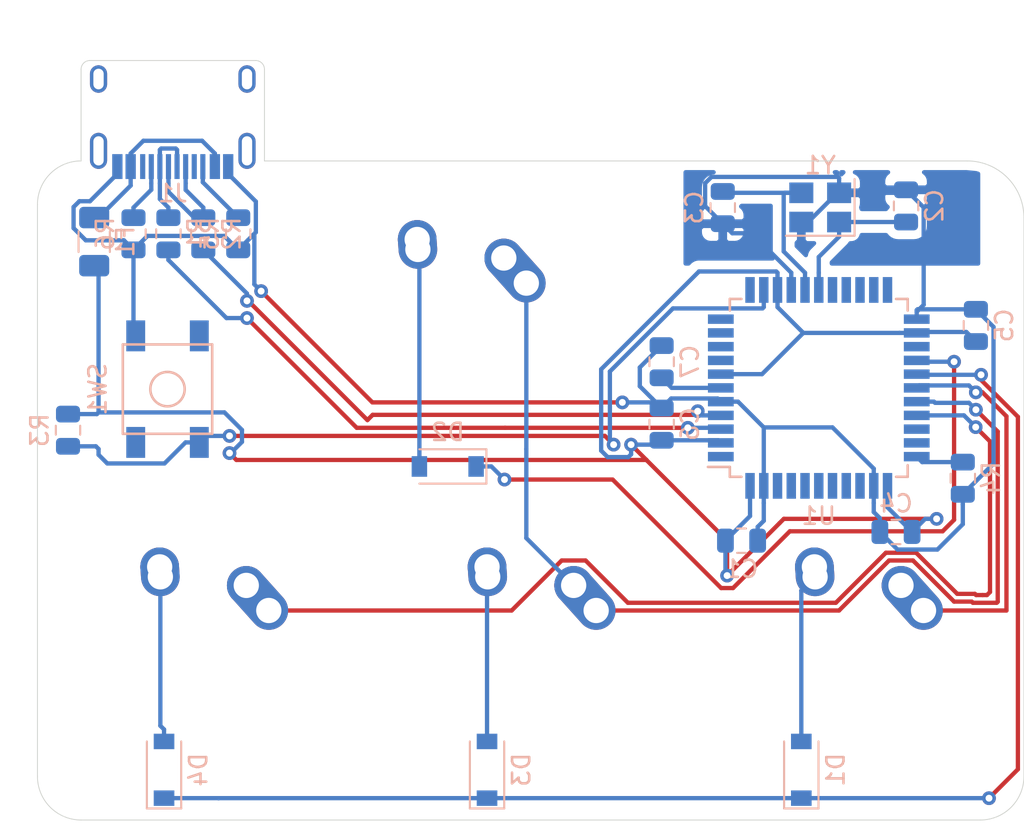
<source format=kicad_pcb>
(kicad_pcb (version 20171130) (host pcbnew "(5.1.4)-1")

  (general
    (thickness 1.6)
    (drawings 13)
    (tracks 299)
    (zones 0)
    (modules 26)
    (nets 47)
  )

  (page A4)
  (layers
    (0 F.Cu signal)
    (31 B.Cu signal)
    (32 B.Adhes user)
    (33 F.Adhes user)
    (34 B.Paste user)
    (35 F.Paste user)
    (36 B.SilkS user)
    (37 F.SilkS user)
    (38 B.Mask user)
    (39 F.Mask user)
    (40 Dwgs.User user)
    (41 Cmts.User user)
    (42 Eco1.User user)
    (43 Eco2.User user)
    (44 Edge.Cuts user)
    (45 Margin user)
    (46 B.CrtYd user)
    (47 F.CrtYd user)
    (48 B.Fab user)
    (49 F.Fab user)
  )

  (setup
    (last_trace_width 0.25)
    (trace_clearance 0.2)
    (zone_clearance 0.508)
    (zone_45_only no)
    (trace_min 0.2)
    (via_size 0.8)
    (via_drill 0.4)
    (via_min_size 0.4)
    (via_min_drill 0.3)
    (uvia_size 0.3)
    (uvia_drill 0.1)
    (uvias_allowed no)
    (uvia_min_size 0.2)
    (uvia_min_drill 0.1)
    (edge_width 0.05)
    (segment_width 0.2)
    (pcb_text_width 0.3)
    (pcb_text_size 1.5 1.5)
    (mod_edge_width 0.12)
    (mod_text_size 1 1)
    (mod_text_width 0.15)
    (pad_size 1.524 1.524)
    (pad_drill 0.762)
    (pad_to_mask_clearance 0.051)
    (solder_mask_min_width 0.25)
    (aux_axis_origin 0 0)
    (visible_elements 7FFFFFFF)
    (pcbplotparams
      (layerselection 0x010fc_ffffffff)
      (usegerberextensions false)
      (usegerberattributes false)
      (usegerberadvancedattributes false)
      (creategerberjobfile false)
      (excludeedgelayer true)
      (linewidth 0.100000)
      (plotframeref false)
      (viasonmask false)
      (mode 1)
      (useauxorigin false)
      (hpglpennumber 1)
      (hpglpenspeed 20)
      (hpglpendiameter 15.000000)
      (psnegative false)
      (psa4output false)
      (plotreference true)
      (plotvalue true)
      (plotinvisibletext false)
      (padsonsilk false)
      (subtractmaskfromsilk false)
      (outputformat 1)
      (mirror false)
      (drillshape 1)
      (scaleselection 1)
      (outputdirectory ""))
  )

  (net 0 "")
  (net 1 GND)
  (net 2 +5V)
  (net 3 "Net-(C2-Pad1)")
  (net 4 "Net-(C3-Pad1)")
  (net 5 "Net-(C7-Pad1)")
  (net 6 "Net-(D1-Pad2)")
  (net 7 /ROW1)
  (net 8 "Net-(D2-Pad2)")
  (net 9 /ROW0)
  (net 10 "Net-(D3-Pad2)")
  (net 11 "Net-(D4-Pad2)")
  (net 12 VCC)
  (net 13 /COL0)
  (net 14 /COL1)
  (net 15 /COL2)
  (net 16 /D-)
  (net 17 "Net-(R1-Pad1)")
  (net 18 /D+)
  (net 19 "Net-(R2-Pad1)")
  (net 20 "Net-(R3-Pad2)")
  (net 21 "Net-(R4-Pad2)")
  (net 22 "Net-(J1-PadA5)")
  (net 23 "Net-(U1-Pad42)")
  (net 24 "Net-(U1-Pad41)")
  (net 25 "Net-(U1-Pad40)")
  (net 26 "Net-(U1-Pad39)")
  (net 27 "Net-(U1-Pad38)")
  (net 28 "Net-(U1-Pad37)")
  (net 29 "Net-(U1-Pad36)")
  (net 30 "Net-(U1-Pad32)")
  (net 31 "Net-(U1-Pad31)")
  (net 32 "Net-(U1-Pad25)")
  (net 33 "Net-(U1-Pad22)")
  (net 34 "Net-(U1-Pad21)")
  (net 35 "Net-(U1-Pad20)")
  (net 36 "Net-(U1-Pad19)")
  (net 37 "Net-(U1-Pad18)")
  (net 38 "Net-(U1-Pad12)")
  (net 39 "Net-(U1-Pad11)")
  (net 40 "Net-(U1-Pad10)")
  (net 41 "Net-(U1-Pad9)")
  (net 42 "Net-(U1-Pad8)")
  (net 43 "Net-(U1-Pad1)")
  (net 44 "Net-(J1-PadB8)")
  (net 45 "Net-(J1-PadB5)")
  (net 46 "Net-(J1-PadA8)")

  (net_class Default "This is the default net class."
    (clearance 0.2)
    (trace_width 0.25)
    (via_dia 0.8)
    (via_drill 0.4)
    (uvia_dia 0.3)
    (uvia_drill 0.1)
    (add_net +5V)
    (add_net /COL0)
    (add_net /COL1)
    (add_net /COL2)
    (add_net /D+)
    (add_net /D-)
    (add_net /ROW0)
    (add_net /ROW1)
    (add_net GND)
    (add_net "Net-(C2-Pad1)")
    (add_net "Net-(C3-Pad1)")
    (add_net "Net-(C7-Pad1)")
    (add_net "Net-(D1-Pad2)")
    (add_net "Net-(D2-Pad2)")
    (add_net "Net-(D3-Pad2)")
    (add_net "Net-(D4-Pad2)")
    (add_net "Net-(J1-PadA5)")
    (add_net "Net-(J1-PadA8)")
    (add_net "Net-(J1-PadB5)")
    (add_net "Net-(J1-PadB8)")
    (add_net "Net-(R1-Pad1)")
    (add_net "Net-(R2-Pad1)")
    (add_net "Net-(R3-Pad2)")
    (add_net "Net-(R4-Pad2)")
    (add_net "Net-(U1-Pad1)")
    (add_net "Net-(U1-Pad10)")
    (add_net "Net-(U1-Pad11)")
    (add_net "Net-(U1-Pad12)")
    (add_net "Net-(U1-Pad18)")
    (add_net "Net-(U1-Pad19)")
    (add_net "Net-(U1-Pad20)")
    (add_net "Net-(U1-Pad21)")
    (add_net "Net-(U1-Pad22)")
    (add_net "Net-(U1-Pad25)")
    (add_net "Net-(U1-Pad31)")
    (add_net "Net-(U1-Pad32)")
    (add_net "Net-(U1-Pad36)")
    (add_net "Net-(U1-Pad37)")
    (add_net "Net-(U1-Pad38)")
    (add_net "Net-(U1-Pad39)")
    (add_net "Net-(U1-Pad40)")
    (add_net "Net-(U1-Pad41)")
    (add_net "Net-(U1-Pad42)")
    (add_net "Net-(U1-Pad8)")
    (add_net "Net-(U1-Pad9)")
    (add_net VCC)
  )

  (module Type-C:HRO-TYPE-C-31-M-12 (layer B.Cu) (tedit 6350AADC) (tstamp 6351014D)
    (at 47.752 86.614)
    (path /6354E274)
    (attr smd)
    (fp_text reference J1 (at 0 9.25 180) (layer B.SilkS)
      (effects (font (size 1 1) (thickness 0.15)) (justify mirror))
    )
    (fp_text value USB_C_Receptacle_USB2.0 (at 0 -1.15 180) (layer Dwgs.User)
      (effects (font (size 1 1) (thickness 0.15)))
    )
    (fp_line (start -4.47 0) (end 4.47 0) (layer Dwgs.User) (width 0.15))
    (fp_line (start -4.47 0) (end -4.47 7.3) (layer Dwgs.User) (width 0.15))
    (fp_line (start 4.47 0) (end 4.47 7.3) (layer Dwgs.User) (width 0.15))
    (fp_line (start -4.47 7.3) (end 4.47 7.3) (layer Dwgs.User) (width 0.15))
    (pad A12 smd rect (at 3.225 7.695) (size 0.6 1.45) (layers B.Cu B.Paste B.Mask)
      (net 1 GND))
    (pad A1 smd rect (at -3.225 7.695) (size 0.6 1.45) (layers B.Cu B.Paste B.Mask)
      (net 1 GND))
    (pad A9 smd rect (at 2.45 7.695) (size 0.6 1.45) (layers B.Cu B.Paste B.Mask)
      (net 12 VCC))
    (pad A4 smd rect (at -2.45 7.695) (size 0.6 1.45) (layers B.Cu B.Paste B.Mask)
      (net 12 VCC))
    (pad B8 smd rect (at -1.75 7.695) (size 0.3 1.45) (layers B.Cu B.Paste B.Mask)
      (net 44 "Net-(J1-PadB8)"))
    (pad B5 smd rect (at 1.75 7.695) (size 0.3 1.45) (layers B.Cu B.Paste B.Mask)
      (net 45 "Net-(J1-PadB5)"))
    (pad A5 smd rect (at -1.25 7.695) (size 0.3 1.45) (layers B.Cu B.Paste B.Mask)
      (net 22 "Net-(J1-PadA5)"))
    (pad A8 smd rect (at 1.25 7.695) (size 0.3 1.45) (layers B.Cu B.Paste B.Mask)
      (net 46 "Net-(J1-PadA8)"))
    (pad B7 smd rect (at -0.75 7.695) (size 0.3 1.45) (layers B.Cu B.Paste B.Mask)
      (net 16 /D-))
    (pad B6 smd rect (at 0.75 7.695) (size 0.3 1.45) (layers B.Cu B.Paste B.Mask)
      (net 18 /D+))
    (pad A7 smd rect (at 0.25 7.695) (size 0.3 1.45) (layers B.Cu B.Paste B.Mask)
      (net 16 /D-))
    (pad A6 smd rect (at -0.25 7.695) (size 0.3 1.45) (layers B.Cu B.Paste B.Mask)
      (net 18 /D+))
    (pad "" np_thru_hole circle (at 2.89 6.25) (size 0.65 0.65) (drill 0.65) (layers *.Cu *.Mask))
    (pad "" np_thru_hole circle (at -2.89 6.25) (size 0.65 0.65) (drill 0.65) (layers *.Cu *.Mask))
    (pad 13 thru_hole oval (at -4.32 6.78) (size 1 2.1) (drill oval 0.6 1.7) (layers *.Cu F.Mask))
    (pad 13 thru_hole oval (at 4.32 6.78) (size 1 2.1) (drill oval 0.6 1.7) (layers *.Cu F.Mask))
    (pad 13 thru_hole oval (at -4.32 2.6) (size 1 1.6) (drill oval 0.6 1.2) (layers *.Cu F.Mask))
    (pad 13 thru_hole oval (at 4.32 2.6) (size 1 1.6) (drill oval 0.6 1.2) (layers *.Cu F.Mask))
  )

  (module random-keyboard-parts:SKQG-1155865 (layer B.Cu) (tedit 5E62B398) (tstamp 635211DA)
    (at 47.446 107.26 90)
    (path /6351975F)
    (attr smd)
    (fp_text reference SW1 (at 0 -4.064 90) (layer B.SilkS)
      (effects (font (size 1 1) (thickness 0.15)) (justify mirror))
    )
    (fp_text value SW_Push (at 0 4.064 90) (layer B.Fab)
      (effects (font (size 1 1) (thickness 0.15)) (justify mirror))
    )
    (fp_line (start -2.6 2.6) (end 2.6 2.6) (layer B.SilkS) (width 0.15))
    (fp_line (start 2.6 2.6) (end 2.6 -2.6) (layer B.SilkS) (width 0.15))
    (fp_line (start 2.6 -2.6) (end -2.6 -2.6) (layer B.SilkS) (width 0.15))
    (fp_line (start -2.6 -2.6) (end -2.6 2.6) (layer B.SilkS) (width 0.15))
    (fp_circle (center 0 0) (end 1 0) (layer B.SilkS) (width 0.15))
    (fp_line (start -4.2 2.6) (end 4.2 2.6) (layer B.Fab) (width 0.15))
    (fp_line (start 4.2 2.6) (end 4.2 1.2) (layer B.Fab) (width 0.15))
    (fp_line (start 4.2 1.1) (end 2.6 1.1) (layer B.Fab) (width 0.15))
    (fp_line (start 2.6 1.1) (end 2.6 -1.1) (layer B.Fab) (width 0.15))
    (fp_line (start 2.6 -1.1) (end 4.2 -1.1) (layer B.Fab) (width 0.15))
    (fp_line (start 4.2 -1.1) (end 4.2 -2.6) (layer B.Fab) (width 0.15))
    (fp_line (start 4.2 -2.6) (end -4.2 -2.6) (layer B.Fab) (width 0.15))
    (fp_line (start -4.2 -2.6) (end -4.2 -1.1) (layer B.Fab) (width 0.15))
    (fp_line (start -4.2 -1.1) (end -2.6 -1.1) (layer B.Fab) (width 0.15))
    (fp_line (start -2.6 -1.1) (end -2.6 1.1) (layer B.Fab) (width 0.15))
    (fp_line (start -2.6 1.1) (end -4.2 1.1) (layer B.Fab) (width 0.15))
    (fp_line (start -4.2 1.1) (end -4.2 2.6) (layer B.Fab) (width 0.15))
    (fp_circle (center 0 0) (end 1 0) (layer B.Fab) (width 0.15))
    (fp_line (start -2.6 1.1) (end -1.1 2.6) (layer B.Fab) (width 0.15))
    (fp_line (start 2.6 1.1) (end 1.1 2.6) (layer B.Fab) (width 0.15))
    (fp_line (start 2.6 -1.1) (end 1.1 -2.6) (layer B.Fab) (width 0.15))
    (fp_line (start -2.6 -1.1) (end -1.1 -2.6) (layer B.Fab) (width 0.15))
    (pad 4 smd rect (at -3.1 -1.85 90) (size 1.8 1.1) (layers B.Cu B.Paste B.Mask))
    (pad 3 smd rect (at 3.1 1.85 90) (size 1.8 1.1) (layers B.Cu B.Paste B.Mask))
    (pad 2 smd rect (at -3.1 1.85 90) (size 1.8 1.1) (layers B.Cu B.Paste B.Mask)
      (net 20 "Net-(R3-Pad2)"))
    (pad 1 smd rect (at 3.1 -1.85 90) (size 1.8 1.1) (layers B.Cu B.Paste B.Mask)
      (net 1 GND))
    (model ${KISYS3DMOD}/Button_Switch_SMD.3dshapes/SW_SPST_TL3342.step
      (at (xyz 0 0 0))
      (scale (xyz 1 1 1))
      (rotate (xyz 0 0 0))
    )
  )

  (module Crystal:Crystal_SMD_3225-4Pin_3.2x2.5mm (layer B.Cu) (tedit 5A0FD1B2) (tstamp 635210A1)
    (at 85.428 96.686 180)
    (descr "SMD Crystal SERIES SMD3225/4 http://www.txccrystal.com/images/pdf/7m-accuracy.pdf, 3.2x2.5mm^2 package")
    (tags "SMD SMT crystal")
    (path /6352E5F5)
    (attr smd)
    (fp_text reference Y1 (at 0 2.45) (layer B.SilkS)
      (effects (font (size 1 1) (thickness 0.15)) (justify mirror))
    )
    (fp_text value Crystal_GND24_Small (at 0 -2.45) (layer B.Fab)
      (effects (font (size 1 1) (thickness 0.15)) (justify mirror))
    )
    (fp_line (start 2.1 1.7) (end -2.1 1.7) (layer B.CrtYd) (width 0.05))
    (fp_line (start 2.1 -1.7) (end 2.1 1.7) (layer B.CrtYd) (width 0.05))
    (fp_line (start -2.1 -1.7) (end 2.1 -1.7) (layer B.CrtYd) (width 0.05))
    (fp_line (start -2.1 1.7) (end -2.1 -1.7) (layer B.CrtYd) (width 0.05))
    (fp_line (start -2 -1.65) (end 2 -1.65) (layer B.SilkS) (width 0.12))
    (fp_line (start -2 1.65) (end -2 -1.65) (layer B.SilkS) (width 0.12))
    (fp_line (start -1.6 -0.25) (end -0.6 -1.25) (layer B.Fab) (width 0.1))
    (fp_line (start 1.6 1.25) (end -1.6 1.25) (layer B.Fab) (width 0.1))
    (fp_line (start 1.6 -1.25) (end 1.6 1.25) (layer B.Fab) (width 0.1))
    (fp_line (start -1.6 -1.25) (end 1.6 -1.25) (layer B.Fab) (width 0.1))
    (fp_line (start -1.6 1.25) (end -1.6 -1.25) (layer B.Fab) (width 0.1))
    (fp_text user %R (at 0 0) (layer B.Fab)
      (effects (font (size 0.7 0.7) (thickness 0.105)) (justify mirror))
    )
    (pad 4 smd rect (at -1.1 0.85 180) (size 1.4 1.2) (layers B.Cu B.Paste B.Mask)
      (net 1 GND))
    (pad 3 smd rect (at 1.1 0.85 180) (size 1.4 1.2) (layers B.Cu B.Paste B.Mask)
      (net 4 "Net-(C3-Pad1)"))
    (pad 2 smd rect (at 1.1 -0.85 180) (size 1.4 1.2) (layers B.Cu B.Paste B.Mask)
      (net 1 GND))
    (pad 1 smd rect (at -1.1 -0.85 180) (size 1.4 1.2) (layers B.Cu B.Paste B.Mask)
      (net 3 "Net-(C2-Pad1)"))
    (model ${KISYS3DMOD}/Crystal.3dshapes/Crystal_SMD_3225-4Pin_3.2x2.5mm.wrl
      (at (xyz 0 0 0))
      (scale (xyz 1 1 1))
      (rotate (xyz 0 0 0))
    )
  )

  (module Package_QFP:TQFP-44_10x10mm_P0.8mm (layer B.Cu) (tedit 5A02F146) (tstamp 63521139)
    (at 85.344 107.188)
    (descr "44-Lead Plastic Thin Quad Flatpack (PT) - 10x10x1.0 mm Body [TQFP] (see Microchip Packaging Specification 00000049BS.pdf)")
    (tags "QFP 0.8")
    (path /635136AF)
    (attr smd)
    (fp_text reference U1 (at 0 7.45) (layer B.SilkS)
      (effects (font (size 1 1) (thickness 0.15)) (justify mirror))
    )
    (fp_text value ATmega32U4-AU (at 0 -7.45) (layer B.Fab)
      (effects (font (size 1 1) (thickness 0.15)) (justify mirror))
    )
    (fp_line (start -5.175 4.6) (end -6.45 4.6) (layer B.SilkS) (width 0.15))
    (fp_line (start 5.175 5.175) (end 4.5 5.175) (layer B.SilkS) (width 0.15))
    (fp_line (start 5.175 -5.175) (end 4.5 -5.175) (layer B.SilkS) (width 0.15))
    (fp_line (start -5.175 -5.175) (end -4.5 -5.175) (layer B.SilkS) (width 0.15))
    (fp_line (start -5.175 5.175) (end -4.5 5.175) (layer B.SilkS) (width 0.15))
    (fp_line (start -5.175 -5.175) (end -5.175 -4.5) (layer B.SilkS) (width 0.15))
    (fp_line (start 5.175 -5.175) (end 5.175 -4.5) (layer B.SilkS) (width 0.15))
    (fp_line (start 5.175 5.175) (end 5.175 4.5) (layer B.SilkS) (width 0.15))
    (fp_line (start -5.175 5.175) (end -5.175 4.6) (layer B.SilkS) (width 0.15))
    (fp_line (start -6.7 -6.7) (end 6.7 -6.7) (layer B.CrtYd) (width 0.05))
    (fp_line (start -6.7 6.7) (end 6.7 6.7) (layer B.CrtYd) (width 0.05))
    (fp_line (start 6.7 6.7) (end 6.7 -6.7) (layer B.CrtYd) (width 0.05))
    (fp_line (start -6.7 6.7) (end -6.7 -6.7) (layer B.CrtYd) (width 0.05))
    (fp_line (start -5 4) (end -4 5) (layer B.Fab) (width 0.15))
    (fp_line (start -5 -5) (end -5 4) (layer B.Fab) (width 0.15))
    (fp_line (start 5 -5) (end -5 -5) (layer B.Fab) (width 0.15))
    (fp_line (start 5 5) (end 5 -5) (layer B.Fab) (width 0.15))
    (fp_line (start -4 5) (end 5 5) (layer B.Fab) (width 0.15))
    (fp_text user %R (at 0 0) (layer B.Fab)
      (effects (font (size 1 1) (thickness 0.15)) (justify mirror))
    )
    (pad 44 smd rect (at -4 5.7 270) (size 1.5 0.55) (layers B.Cu B.Paste B.Mask)
      (net 2 +5V))
    (pad 43 smd rect (at -3.2 5.7 270) (size 1.5 0.55) (layers B.Cu B.Paste B.Mask)
      (net 1 GND))
    (pad 42 smd rect (at -2.4 5.7 270) (size 1.5 0.55) (layers B.Cu B.Paste B.Mask)
      (net 23 "Net-(U1-Pad42)"))
    (pad 41 smd rect (at -1.6 5.7 270) (size 1.5 0.55) (layers B.Cu B.Paste B.Mask)
      (net 24 "Net-(U1-Pad41)"))
    (pad 40 smd rect (at -0.8 5.7 270) (size 1.5 0.55) (layers B.Cu B.Paste B.Mask)
      (net 25 "Net-(U1-Pad40)"))
    (pad 39 smd rect (at 0 5.7 270) (size 1.5 0.55) (layers B.Cu B.Paste B.Mask)
      (net 26 "Net-(U1-Pad39)"))
    (pad 38 smd rect (at 0.8 5.7 270) (size 1.5 0.55) (layers B.Cu B.Paste B.Mask)
      (net 27 "Net-(U1-Pad38)"))
    (pad 37 smd rect (at 1.6 5.7 270) (size 1.5 0.55) (layers B.Cu B.Paste B.Mask)
      (net 28 "Net-(U1-Pad37)"))
    (pad 36 smd rect (at 2.4 5.7 270) (size 1.5 0.55) (layers B.Cu B.Paste B.Mask)
      (net 29 "Net-(U1-Pad36)"))
    (pad 35 smd rect (at 3.2 5.7 270) (size 1.5 0.55) (layers B.Cu B.Paste B.Mask)
      (net 1 GND))
    (pad 34 smd rect (at 4 5.7 270) (size 1.5 0.55) (layers B.Cu B.Paste B.Mask)
      (net 2 +5V))
    (pad 33 smd rect (at 5.7 4) (size 1.5 0.55) (layers B.Cu B.Paste B.Mask)
      (net 21 "Net-(R4-Pad2)"))
    (pad 32 smd rect (at 5.7 3.2) (size 1.5 0.55) (layers B.Cu B.Paste B.Mask)
      (net 30 "Net-(U1-Pad32)"))
    (pad 31 smd rect (at 5.7 2.4) (size 1.5 0.55) (layers B.Cu B.Paste B.Mask)
      (net 31 "Net-(U1-Pad31)"))
    (pad 30 smd rect (at 5.7 1.6) (size 1.5 0.55) (layers B.Cu B.Paste B.Mask)
      (net 15 /COL2))
    (pad 29 smd rect (at 5.7 0.8) (size 1.5 0.55) (layers B.Cu B.Paste B.Mask)
      (net 14 /COL1))
    (pad 28 smd rect (at 5.7 0) (size 1.5 0.55) (layers B.Cu B.Paste B.Mask)
      (net 13 /COL0))
    (pad 27 smd rect (at 5.7 -0.8) (size 1.5 0.55) (layers B.Cu B.Paste B.Mask)
      (net 7 /ROW1))
    (pad 26 smd rect (at 5.7 -1.6) (size 1.5 0.55) (layers B.Cu B.Paste B.Mask)
      (net 9 /ROW0))
    (pad 25 smd rect (at 5.7 -2.4) (size 1.5 0.55) (layers B.Cu B.Paste B.Mask)
      (net 32 "Net-(U1-Pad25)"))
    (pad 24 smd rect (at 5.7 -3.2) (size 1.5 0.55) (layers B.Cu B.Paste B.Mask)
      (net 2 +5V))
    (pad 23 smd rect (at 5.7 -4) (size 1.5 0.55) (layers B.Cu B.Paste B.Mask)
      (net 1 GND))
    (pad 22 smd rect (at 4 -5.7 270) (size 1.5 0.55) (layers B.Cu B.Paste B.Mask)
      (net 33 "Net-(U1-Pad22)"))
    (pad 21 smd rect (at 3.2 -5.7 270) (size 1.5 0.55) (layers B.Cu B.Paste B.Mask)
      (net 34 "Net-(U1-Pad21)"))
    (pad 20 smd rect (at 2.4 -5.7 270) (size 1.5 0.55) (layers B.Cu B.Paste B.Mask)
      (net 35 "Net-(U1-Pad20)"))
    (pad 19 smd rect (at 1.6 -5.7 270) (size 1.5 0.55) (layers B.Cu B.Paste B.Mask)
      (net 36 "Net-(U1-Pad19)"))
    (pad 18 smd rect (at 0.8 -5.7 270) (size 1.5 0.55) (layers B.Cu B.Paste B.Mask)
      (net 37 "Net-(U1-Pad18)"))
    (pad 17 smd rect (at 0 -5.7 270) (size 1.5 0.55) (layers B.Cu B.Paste B.Mask)
      (net 3 "Net-(C2-Pad1)"))
    (pad 16 smd rect (at -0.8 -5.7 270) (size 1.5 0.55) (layers B.Cu B.Paste B.Mask)
      (net 4 "Net-(C3-Pad1)"))
    (pad 15 smd rect (at -1.6 -5.7 270) (size 1.5 0.55) (layers B.Cu B.Paste B.Mask)
      (net 1 GND))
    (pad 14 smd rect (at -2.4 -5.7 270) (size 1.5 0.55) (layers B.Cu B.Paste B.Mask)
      (net 2 +5V))
    (pad 13 smd rect (at -3.2 -5.7 270) (size 1.5 0.55) (layers B.Cu B.Paste B.Mask)
      (net 20 "Net-(R3-Pad2)"))
    (pad 12 smd rect (at -4 -5.7 270) (size 1.5 0.55) (layers B.Cu B.Paste B.Mask)
      (net 38 "Net-(U1-Pad12)"))
    (pad 11 smd rect (at -5.7 -4) (size 1.5 0.55) (layers B.Cu B.Paste B.Mask)
      (net 39 "Net-(U1-Pad11)"))
    (pad 10 smd rect (at -5.7 -3.2) (size 1.5 0.55) (layers B.Cu B.Paste B.Mask)
      (net 40 "Net-(U1-Pad10)"))
    (pad 9 smd rect (at -5.7 -2.4) (size 1.5 0.55) (layers B.Cu B.Paste B.Mask)
      (net 41 "Net-(U1-Pad9)"))
    (pad 8 smd rect (at -5.7 -1.6) (size 1.5 0.55) (layers B.Cu B.Paste B.Mask)
      (net 42 "Net-(U1-Pad8)"))
    (pad 7 smd rect (at -5.7 -0.8) (size 1.5 0.55) (layers B.Cu B.Paste B.Mask)
      (net 2 +5V))
    (pad 6 smd rect (at -5.7 0) (size 1.5 0.55) (layers B.Cu B.Paste B.Mask)
      (net 5 "Net-(C7-Pad1)"))
    (pad 5 smd rect (at -5.7 0.8) (size 1.5 0.55) (layers B.Cu B.Paste B.Mask)
      (net 1 GND))
    (pad 4 smd rect (at -5.7 1.6) (size 1.5 0.55) (layers B.Cu B.Paste B.Mask)
      (net 19 "Net-(R2-Pad1)"))
    (pad 3 smd rect (at -5.7 2.4) (size 1.5 0.55) (layers B.Cu B.Paste B.Mask)
      (net 17 "Net-(R1-Pad1)"))
    (pad 2 smd rect (at -5.7 3.2) (size 1.5 0.55) (layers B.Cu B.Paste B.Mask)
      (net 2 +5V))
    (pad 1 smd rect (at -5.7 4) (size 1.5 0.55) (layers B.Cu B.Paste B.Mask)
      (net 43 "Net-(U1-Pad1)"))
    (model ${KISYS3DMOD}/Package_QFP.3dshapes/TQFP-44_10x10mm_P0.8mm.wrl
      (at (xyz 0 0 0))
      (scale (xyz 1 1 1))
      (rotate (xyz 0 0 0))
    )
  )

  (module Resistor_SMD:R_0805_2012Metric (layer B.Cu) (tedit 5B36C52B) (tstamp 6350FA04)
    (at 45.466 98.2195 270)
    (descr "Resistor SMD 0805 (2012 Metric), square (rectangular) end terminal, IPC_7351 nominal, (Body size source: https://docs.google.com/spreadsheets/d/1BsfQQcO9C6DZCsRaXUlFlo91Tg2WpOkGARC1WS5S8t0/edit?usp=sharing), generated with kicad-footprint-generator")
    (tags resistor)
    (path /6355518F)
    (attr smd)
    (fp_text reference R6 (at 0 1.65 90) (layer B.SilkS)
      (effects (font (size 1 1) (thickness 0.15)) (justify mirror))
    )
    (fp_text value 5k1 (at 0 -1.65 90) (layer B.Fab)
      (effects (font (size 1 1) (thickness 0.15)) (justify mirror))
    )
    (fp_text user %R (at 0 0 90) (layer B.Fab)
      (effects (font (size 0.5 0.5) (thickness 0.08)) (justify mirror))
    )
    (fp_line (start 1.68 -0.95) (end -1.68 -0.95) (layer B.CrtYd) (width 0.05))
    (fp_line (start 1.68 0.95) (end 1.68 -0.95) (layer B.CrtYd) (width 0.05))
    (fp_line (start -1.68 0.95) (end 1.68 0.95) (layer B.CrtYd) (width 0.05))
    (fp_line (start -1.68 -0.95) (end -1.68 0.95) (layer B.CrtYd) (width 0.05))
    (fp_line (start -0.258578 -0.71) (end 0.258578 -0.71) (layer B.SilkS) (width 0.12))
    (fp_line (start -0.258578 0.71) (end 0.258578 0.71) (layer B.SilkS) (width 0.12))
    (fp_line (start 1 -0.6) (end -1 -0.6) (layer B.Fab) (width 0.1))
    (fp_line (start 1 0.6) (end 1 -0.6) (layer B.Fab) (width 0.1))
    (fp_line (start -1 0.6) (end 1 0.6) (layer B.Fab) (width 0.1))
    (fp_line (start -1 -0.6) (end -1 0.6) (layer B.Fab) (width 0.1))
    (pad 2 smd roundrect (at 0.9375 0 270) (size 0.975 1.4) (layers B.Cu B.Paste B.Mask) (roundrect_rratio 0.25)
      (net 1 GND))
    (pad 1 smd roundrect (at -0.9375 0 270) (size 0.975 1.4) (layers B.Cu B.Paste B.Mask) (roundrect_rratio 0.25)
      (net 22 "Net-(J1-PadA5)"))
    (model ${KISYS3DMOD}/Resistor_SMD.3dshapes/R_0805_2012Metric.wrl
      (at (xyz 0 0 0))
      (scale (xyz 1 1 1))
      (rotate (xyz 0 0 0))
    )
  )

  (module Resistor_SMD:R_0805_2012Metric (layer B.Cu) (tedit 5B36C52B) (tstamp 6351FFAD)
    (at 51.562 98.2195 270)
    (descr "Resistor SMD 0805 (2012 Metric), square (rectangular) end terminal, IPC_7351 nominal, (Body size source: https://docs.google.com/spreadsheets/d/1BsfQQcO9C6DZCsRaXUlFlo91Tg2WpOkGARC1WS5S8t0/edit?usp=sharing), generated with kicad-footprint-generator")
    (tags resistor)
    (path /63554C32)
    (attr smd)
    (fp_text reference R5 (at 0 1.65 90) (layer B.SilkS)
      (effects (font (size 1 1) (thickness 0.15)) (justify mirror))
    )
    (fp_text value 5k1 (at 0 -1.65 90) (layer B.Fab)
      (effects (font (size 1 1) (thickness 0.15)) (justify mirror))
    )
    (fp_text user %R (at 0 0 90) (layer B.Fab)
      (effects (font (size 0.5 0.5) (thickness 0.08)) (justify mirror))
    )
    (fp_line (start 1.68 -0.95) (end -1.68 -0.95) (layer B.CrtYd) (width 0.05))
    (fp_line (start 1.68 0.95) (end 1.68 -0.95) (layer B.CrtYd) (width 0.05))
    (fp_line (start -1.68 0.95) (end 1.68 0.95) (layer B.CrtYd) (width 0.05))
    (fp_line (start -1.68 -0.95) (end -1.68 0.95) (layer B.CrtYd) (width 0.05))
    (fp_line (start -0.258578 -0.71) (end 0.258578 -0.71) (layer B.SilkS) (width 0.12))
    (fp_line (start -0.258578 0.71) (end 0.258578 0.71) (layer B.SilkS) (width 0.12))
    (fp_line (start 1 -0.6) (end -1 -0.6) (layer B.Fab) (width 0.1))
    (fp_line (start 1 0.6) (end 1 -0.6) (layer B.Fab) (width 0.1))
    (fp_line (start -1 0.6) (end 1 0.6) (layer B.Fab) (width 0.1))
    (fp_line (start -1 -0.6) (end -1 0.6) (layer B.Fab) (width 0.1))
    (pad 2 smd roundrect (at 0.9375 0 270) (size 0.975 1.4) (layers B.Cu B.Paste B.Mask) (roundrect_rratio 0.25)
      (net 1 GND))
    (pad 1 smd roundrect (at -0.9375 0 270) (size 0.975 1.4) (layers B.Cu B.Paste B.Mask) (roundrect_rratio 0.25)
      (net 45 "Net-(J1-PadB5)"))
    (model ${KISYS3DMOD}/Resistor_SMD.3dshapes/R_0805_2012Metric.wrl
      (at (xyz 0 0 0))
      (scale (xyz 1 1 1))
      (rotate (xyz 0 0 0))
    )
  )

  (module Resistor_SMD:R_0805_2012Metric (layer B.Cu) (tedit 5B36C52B) (tstamp 635210D7)
    (at 93.726 112.4435 90)
    (descr "Resistor SMD 0805 (2012 Metric), square (rectangular) end terminal, IPC_7351 nominal, (Body size source: https://docs.google.com/spreadsheets/d/1BsfQQcO9C6DZCsRaXUlFlo91Tg2WpOkGARC1WS5S8t0/edit?usp=sharing), generated with kicad-footprint-generator")
    (tags resistor)
    (path /6353C9B6)
    (attr smd)
    (fp_text reference R4 (at 0 1.65 90) (layer B.SilkS)
      (effects (font (size 1 1) (thickness 0.15)) (justify mirror))
    )
    (fp_text value 10k (at 0 -1.65 90) (layer B.Fab)
      (effects (font (size 1 1) (thickness 0.15)) (justify mirror))
    )
    (fp_text user %R (at 0 0 90) (layer B.Fab)
      (effects (font (size 0.5 0.5) (thickness 0.08)) (justify mirror))
    )
    (fp_line (start 1.68 -0.95) (end -1.68 -0.95) (layer B.CrtYd) (width 0.05))
    (fp_line (start 1.68 0.95) (end 1.68 -0.95) (layer B.CrtYd) (width 0.05))
    (fp_line (start -1.68 0.95) (end 1.68 0.95) (layer B.CrtYd) (width 0.05))
    (fp_line (start -1.68 -0.95) (end -1.68 0.95) (layer B.CrtYd) (width 0.05))
    (fp_line (start -0.258578 -0.71) (end 0.258578 -0.71) (layer B.SilkS) (width 0.12))
    (fp_line (start -0.258578 0.71) (end 0.258578 0.71) (layer B.SilkS) (width 0.12))
    (fp_line (start 1 -0.6) (end -1 -0.6) (layer B.Fab) (width 0.1))
    (fp_line (start 1 0.6) (end 1 -0.6) (layer B.Fab) (width 0.1))
    (fp_line (start -1 0.6) (end 1 0.6) (layer B.Fab) (width 0.1))
    (fp_line (start -1 -0.6) (end -1 0.6) (layer B.Fab) (width 0.1))
    (pad 2 smd roundrect (at 0.9375 0 90) (size 0.975 1.4) (layers B.Cu B.Paste B.Mask) (roundrect_rratio 0.25)
      (net 21 "Net-(R4-Pad2)"))
    (pad 1 smd roundrect (at -0.9375 0 90) (size 0.975 1.4) (layers B.Cu B.Paste B.Mask) (roundrect_rratio 0.25)
      (net 1 GND))
    (model ${KISYS3DMOD}/Resistor_SMD.3dshapes/R_0805_2012Metric.wrl
      (at (xyz 0 0 0))
      (scale (xyz 1 1 1))
      (rotate (xyz 0 0 0))
    )
  )

  (module Resistor_SMD:R_0805_2012Metric (layer B.Cu) (tedit 5B36C52B) (tstamp 6352106E)
    (at 41.656 109.6495 270)
    (descr "Resistor SMD 0805 (2012 Metric), square (rectangular) end terminal, IPC_7351 nominal, (Body size source: https://docs.google.com/spreadsheets/d/1BsfQQcO9C6DZCsRaXUlFlo91Tg2WpOkGARC1WS5S8t0/edit?usp=sharing), generated with kicad-footprint-generator")
    (tags resistor)
    (path /63517CFD)
    (attr smd)
    (fp_text reference R3 (at 0 1.65 90) (layer B.SilkS)
      (effects (font (size 1 1) (thickness 0.15)) (justify mirror))
    )
    (fp_text value 10K (at 0 -1.65 90) (layer B.Fab)
      (effects (font (size 1 1) (thickness 0.15)) (justify mirror))
    )
    (fp_text user %R (at 0 0 90) (layer B.Fab)
      (effects (font (size 0.5 0.5) (thickness 0.08)) (justify mirror))
    )
    (fp_line (start 1.68 -0.95) (end -1.68 -0.95) (layer B.CrtYd) (width 0.05))
    (fp_line (start 1.68 0.95) (end 1.68 -0.95) (layer B.CrtYd) (width 0.05))
    (fp_line (start -1.68 0.95) (end 1.68 0.95) (layer B.CrtYd) (width 0.05))
    (fp_line (start -1.68 -0.95) (end -1.68 0.95) (layer B.CrtYd) (width 0.05))
    (fp_line (start -0.258578 -0.71) (end 0.258578 -0.71) (layer B.SilkS) (width 0.12))
    (fp_line (start -0.258578 0.71) (end 0.258578 0.71) (layer B.SilkS) (width 0.12))
    (fp_line (start 1 -0.6) (end -1 -0.6) (layer B.Fab) (width 0.1))
    (fp_line (start 1 0.6) (end 1 -0.6) (layer B.Fab) (width 0.1))
    (fp_line (start -1 0.6) (end 1 0.6) (layer B.Fab) (width 0.1))
    (fp_line (start -1 -0.6) (end -1 0.6) (layer B.Fab) (width 0.1))
    (pad 2 smd roundrect (at 0.9375 0 270) (size 0.975 1.4) (layers B.Cu B.Paste B.Mask) (roundrect_rratio 0.25)
      (net 20 "Net-(R3-Pad2)"))
    (pad 1 smd roundrect (at -0.9375 0 270) (size 0.975 1.4) (layers B.Cu B.Paste B.Mask) (roundrect_rratio 0.25)
      (net 2 +5V))
    (model ${KISYS3DMOD}/Resistor_SMD.3dshapes/R_0805_2012Metric.wrl
      (at (xyz 0 0 0))
      (scale (xyz 1 1 1))
      (rotate (xyz 0 0 0))
    )
  )

  (module Resistor_SMD:R_0805_2012Metric (layer B.Cu) (tedit 5B36C52B) (tstamp 6350F9C0)
    (at 49.53 98.2195 90)
    (descr "Resistor SMD 0805 (2012 Metric), square (rectangular) end terminal, IPC_7351 nominal, (Body size source: https://docs.google.com/spreadsheets/d/1BsfQQcO9C6DZCsRaXUlFlo91Tg2WpOkGARC1WS5S8t0/edit?usp=sharing), generated with kicad-footprint-generator")
    (tags resistor)
    (path /6351BC0A)
    (attr smd)
    (fp_text reference R2 (at 0 1.65 90) (layer B.SilkS)
      (effects (font (size 1 1) (thickness 0.15)) (justify mirror))
    )
    (fp_text value 22 (at 0 -1.65 90) (layer B.Fab)
      (effects (font (size 1 1) (thickness 0.15)) (justify mirror))
    )
    (fp_text user %R (at 0 0 90) (layer B.Fab)
      (effects (font (size 0.5 0.5) (thickness 0.08)) (justify mirror))
    )
    (fp_line (start 1.68 -0.95) (end -1.68 -0.95) (layer B.CrtYd) (width 0.05))
    (fp_line (start 1.68 0.95) (end 1.68 -0.95) (layer B.CrtYd) (width 0.05))
    (fp_line (start -1.68 0.95) (end 1.68 0.95) (layer B.CrtYd) (width 0.05))
    (fp_line (start -1.68 -0.95) (end -1.68 0.95) (layer B.CrtYd) (width 0.05))
    (fp_line (start -0.258578 -0.71) (end 0.258578 -0.71) (layer B.SilkS) (width 0.12))
    (fp_line (start -0.258578 0.71) (end 0.258578 0.71) (layer B.SilkS) (width 0.12))
    (fp_line (start 1 -0.6) (end -1 -0.6) (layer B.Fab) (width 0.1))
    (fp_line (start 1 0.6) (end 1 -0.6) (layer B.Fab) (width 0.1))
    (fp_line (start -1 0.6) (end 1 0.6) (layer B.Fab) (width 0.1))
    (fp_line (start -1 -0.6) (end -1 0.6) (layer B.Fab) (width 0.1))
    (pad 2 smd roundrect (at 0.9375 0 90) (size 0.975 1.4) (layers B.Cu B.Paste B.Mask) (roundrect_rratio 0.25)
      (net 18 /D+))
    (pad 1 smd roundrect (at -0.9375 0 90) (size 0.975 1.4) (layers B.Cu B.Paste B.Mask) (roundrect_rratio 0.25)
      (net 19 "Net-(R2-Pad1)"))
    (model ${KISYS3DMOD}/Resistor_SMD.3dshapes/R_0805_2012Metric.wrl
      (at (xyz 0 0 0))
      (scale (xyz 1 1 1))
      (rotate (xyz 0 0 0))
    )
  )

  (module Resistor_SMD:R_0805_2012Metric (layer B.Cu) (tedit 5B36C52B) (tstamp 6350F9AF)
    (at 47.498 98.2195 90)
    (descr "Resistor SMD 0805 (2012 Metric), square (rectangular) end terminal, IPC_7351 nominal, (Body size source: https://docs.google.com/spreadsheets/d/1BsfQQcO9C6DZCsRaXUlFlo91Tg2WpOkGARC1WS5S8t0/edit?usp=sharing), generated with kicad-footprint-generator")
    (tags resistor)
    (path /6351C4D1)
    (attr smd)
    (fp_text reference R1 (at 0 1.65 90) (layer B.SilkS)
      (effects (font (size 1 1) (thickness 0.15)) (justify mirror))
    )
    (fp_text value 22 (at 0 -1.65 90) (layer B.Fab)
      (effects (font (size 1 1) (thickness 0.15)) (justify mirror))
    )
    (fp_text user %R (at 0 0 90) (layer B.Fab)
      (effects (font (size 0.5 0.5) (thickness 0.08)) (justify mirror))
    )
    (fp_line (start 1.68 -0.95) (end -1.68 -0.95) (layer B.CrtYd) (width 0.05))
    (fp_line (start 1.68 0.95) (end 1.68 -0.95) (layer B.CrtYd) (width 0.05))
    (fp_line (start -1.68 0.95) (end 1.68 0.95) (layer B.CrtYd) (width 0.05))
    (fp_line (start -1.68 -0.95) (end -1.68 0.95) (layer B.CrtYd) (width 0.05))
    (fp_line (start -0.258578 -0.71) (end 0.258578 -0.71) (layer B.SilkS) (width 0.12))
    (fp_line (start -0.258578 0.71) (end 0.258578 0.71) (layer B.SilkS) (width 0.12))
    (fp_line (start 1 -0.6) (end -1 -0.6) (layer B.Fab) (width 0.1))
    (fp_line (start 1 0.6) (end 1 -0.6) (layer B.Fab) (width 0.1))
    (fp_line (start -1 0.6) (end 1 0.6) (layer B.Fab) (width 0.1))
    (fp_line (start -1 -0.6) (end -1 0.6) (layer B.Fab) (width 0.1))
    (pad 2 smd roundrect (at 0.9375 0 90) (size 0.975 1.4) (layers B.Cu B.Paste B.Mask) (roundrect_rratio 0.25)
      (net 16 /D-))
    (pad 1 smd roundrect (at -0.9375 0 90) (size 0.975 1.4) (layers B.Cu B.Paste B.Mask) (roundrect_rratio 0.25)
      (net 17 "Net-(R1-Pad1)"))
    (model ${KISYS3DMOD}/Resistor_SMD.3dshapes/R_0805_2012Metric.wrl
      (at (xyz 0 0 0))
      (scale (xyz 1 1 1))
      (rotate (xyz 0 0 0))
    )
  )

  (module MX_Alps_Hybrid:MX-1U-NoLED (layer B.Cu) (tedit 5A9F5203) (tstamp 6350F99E)
    (at 49.53 122.682 180)
    (path /6350A04C)
    (fp_text reference MX4 (at 0 -3.175) (layer Dwgs.User)
      (effects (font (size 1 1) (thickness 0.15)))
    )
    (fp_text value MX-NoLED (at 0 7.9375) (layer Dwgs.User)
      (effects (font (size 1 1) (thickness 0.15)))
    )
    (fp_line (start -9.525 -9.525) (end -9.525 9.525) (layer Dwgs.User) (width 0.15))
    (fp_line (start 9.525 -9.525) (end -9.525 -9.525) (layer Dwgs.User) (width 0.15))
    (fp_line (start 9.525 9.525) (end 9.525 -9.525) (layer Dwgs.User) (width 0.15))
    (fp_line (start -9.525 9.525) (end 9.525 9.525) (layer Dwgs.User) (width 0.15))
    (fp_line (start -7 7) (end -7 5) (layer Dwgs.User) (width 0.15))
    (fp_line (start -5 7) (end -7 7) (layer Dwgs.User) (width 0.15))
    (fp_line (start -7 -7) (end -5 -7) (layer Dwgs.User) (width 0.15))
    (fp_line (start -7 -5) (end -7 -7) (layer Dwgs.User) (width 0.15))
    (fp_line (start 7 -7) (end 7 -5) (layer Dwgs.User) (width 0.15))
    (fp_line (start 5 -7) (end 7 -7) (layer Dwgs.User) (width 0.15))
    (fp_line (start 7 7) (end 7 5) (layer Dwgs.User) (width 0.15))
    (fp_line (start 5 7) (end 7 7) (layer Dwgs.User) (width 0.15))
    (pad "" np_thru_hole circle (at 5.08 0 131.9004) (size 1.75 1.75) (drill 1.75) (layers *.Cu *.Mask))
    (pad "" np_thru_hole circle (at -5.08 0 131.9004) (size 1.75 1.75) (drill 1.75) (layers *.Cu *.Mask))
    (pad 1 thru_hole circle (at -2.5 4 180) (size 2.25 2.25) (drill 1.47) (layers *.Cu F.Mask)
      (net 15 /COL2))
    (pad "" np_thru_hole circle (at 0 0 180) (size 3.9878 3.9878) (drill 3.9878) (layers *.Cu *.Mask))
    (pad 1 thru_hole oval (at -3.81 2.54 131.9004) (size 4.211556 2.25) (drill 1.47 (offset 0.980778 0)) (layers *.Cu F.Mask)
      (net 15 /COL2))
    (pad 2 thru_hole circle (at 2.54 5.08 180) (size 2.25 2.25) (drill 1.47) (layers *.Cu F.Mask)
      (net 11 "Net-(D4-Pad2)"))
    (pad 2 thru_hole oval (at 2.5 4.5 93.9452) (size 2.831378 2.25) (drill 1.47 (offset 0.290689 0)) (layers *.Cu F.Mask)
      (net 11 "Net-(D4-Pad2)"))
  )

  (module MX_Alps_Hybrid:MX-1U-NoLED (layer B.Cu) (tedit 5A9F5203) (tstamp 635237AF)
    (at 68.58 122.682 180)
    (path /635098B8)
    (fp_text reference MX3 (at 0 -3.175) (layer Dwgs.User)
      (effects (font (size 1 1) (thickness 0.15)))
    )
    (fp_text value MX-NoLED (at 0 7.9375) (layer Dwgs.User)
      (effects (font (size 1 1) (thickness 0.15)))
    )
    (fp_line (start -9.525 -9.525) (end -9.525 9.525) (layer Dwgs.User) (width 0.15))
    (fp_line (start 9.525 -9.525) (end -9.525 -9.525) (layer Dwgs.User) (width 0.15))
    (fp_line (start 9.525 9.525) (end 9.525 -9.525) (layer Dwgs.User) (width 0.15))
    (fp_line (start -9.525 9.525) (end 9.525 9.525) (layer Dwgs.User) (width 0.15))
    (fp_line (start -7 7) (end -7 5) (layer Dwgs.User) (width 0.15))
    (fp_line (start -5 7) (end -7 7) (layer Dwgs.User) (width 0.15))
    (fp_line (start -7 -7) (end -5 -7) (layer Dwgs.User) (width 0.15))
    (fp_line (start -7 -5) (end -7 -7) (layer Dwgs.User) (width 0.15))
    (fp_line (start 7 -7) (end 7 -5) (layer Dwgs.User) (width 0.15))
    (fp_line (start 5 -7) (end 7 -7) (layer Dwgs.User) (width 0.15))
    (fp_line (start 7 7) (end 7 5) (layer Dwgs.User) (width 0.15))
    (fp_line (start 5 7) (end 7 7) (layer Dwgs.User) (width 0.15))
    (pad "" np_thru_hole circle (at 5.08 0 131.9004) (size 1.75 1.75) (drill 1.75) (layers *.Cu *.Mask))
    (pad "" np_thru_hole circle (at -5.08 0 131.9004) (size 1.75 1.75) (drill 1.75) (layers *.Cu *.Mask))
    (pad 1 thru_hole circle (at -2.5 4 180) (size 2.25 2.25) (drill 1.47) (layers *.Cu F.Mask)
      (net 14 /COL1))
    (pad "" np_thru_hole circle (at 0 0 180) (size 3.9878 3.9878) (drill 3.9878) (layers *.Cu *.Mask))
    (pad 1 thru_hole oval (at -3.81 2.54 131.9004) (size 4.211556 2.25) (drill 1.47 (offset 0.980778 0)) (layers *.Cu F.Mask)
      (net 14 /COL1))
    (pad 2 thru_hole circle (at 2.54 5.08 180) (size 2.25 2.25) (drill 1.47) (layers *.Cu F.Mask)
      (net 10 "Net-(D3-Pad2)"))
    (pad 2 thru_hole oval (at 2.5 4.5 93.9452) (size 2.831378 2.25) (drill 1.47 (offset 0.290689 0)) (layers *.Cu F.Mask)
      (net 10 "Net-(D3-Pad2)"))
  )

  (module MX_Alps_Hybrid:MX-1U-NoLED (layer B.Cu) (tedit 5A9F5203) (tstamp 63520964)
    (at 64.516 103.632 180)
    (path /6350A831)
    (fp_text reference MX2 (at 0 -3.175) (layer Dwgs.User)
      (effects (font (size 1 1) (thickness 0.15)))
    )
    (fp_text value MX-NoLED (at 0 7.9375) (layer Dwgs.User)
      (effects (font (size 1 1) (thickness 0.15)))
    )
    (fp_line (start -9.525 -9.525) (end -9.525 9.525) (layer Dwgs.User) (width 0.15))
    (fp_line (start 9.525 -9.525) (end -9.525 -9.525) (layer Dwgs.User) (width 0.15))
    (fp_line (start 9.525 9.525) (end 9.525 -9.525) (layer Dwgs.User) (width 0.15))
    (fp_line (start -9.525 9.525) (end 9.525 9.525) (layer Dwgs.User) (width 0.15))
    (fp_line (start -7 7) (end -7 5) (layer Dwgs.User) (width 0.15))
    (fp_line (start -5 7) (end -7 7) (layer Dwgs.User) (width 0.15))
    (fp_line (start -7 -7) (end -5 -7) (layer Dwgs.User) (width 0.15))
    (fp_line (start -7 -5) (end -7 -7) (layer Dwgs.User) (width 0.15))
    (fp_line (start 7 -7) (end 7 -5) (layer Dwgs.User) (width 0.15))
    (fp_line (start 5 -7) (end 7 -7) (layer Dwgs.User) (width 0.15))
    (fp_line (start 7 7) (end 7 5) (layer Dwgs.User) (width 0.15))
    (fp_line (start 5 7) (end 7 7) (layer Dwgs.User) (width 0.15))
    (pad "" np_thru_hole circle (at 5.08 0 131.9004) (size 1.75 1.75) (drill 1.75) (layers *.Cu *.Mask))
    (pad "" np_thru_hole circle (at -5.08 0 131.9004) (size 1.75 1.75) (drill 1.75) (layers *.Cu *.Mask))
    (pad 1 thru_hole circle (at -2.5 4 180) (size 2.25 2.25) (drill 1.47) (layers *.Cu F.Mask)
      (net 14 /COL1))
    (pad "" np_thru_hole circle (at 0 0 180) (size 3.9878 3.9878) (drill 3.9878) (layers *.Cu *.Mask))
    (pad 1 thru_hole oval (at -3.81 2.54 131.9004) (size 4.211556 2.25) (drill 1.47 (offset 0.980778 0)) (layers *.Cu F.Mask)
      (net 14 /COL1))
    (pad 2 thru_hole circle (at 2.54 5.08 180) (size 2.25 2.25) (drill 1.47) (layers *.Cu F.Mask)
      (net 8 "Net-(D2-Pad2)"))
    (pad 2 thru_hole oval (at 2.5 4.5 93.9452) (size 2.831378 2.25) (drill 1.47 (offset 0.290689 0)) (layers *.Cu F.Mask)
      (net 8 "Net-(D2-Pad2)"))
  )

  (module MX_Alps_Hybrid:MX-1U-NoLED (layer B.Cu) (tedit 5A9F5203) (tstamp 63510476)
    (at 87.63 122.682 180)
    (path /63506F80)
    (fp_text reference MX1 (at 0 -3.175) (layer Dwgs.User)
      (effects (font (size 1 1) (thickness 0.15)))
    )
    (fp_text value MX-NoLED (at 0 7.9375) (layer Dwgs.User)
      (effects (font (size 1 1) (thickness 0.15)))
    )
    (fp_line (start -9.525 -9.525) (end -9.525 9.525) (layer Dwgs.User) (width 0.15))
    (fp_line (start 9.525 -9.525) (end -9.525 -9.525) (layer Dwgs.User) (width 0.15))
    (fp_line (start 9.525 9.525) (end 9.525 -9.525) (layer Dwgs.User) (width 0.15))
    (fp_line (start -9.525 9.525) (end 9.525 9.525) (layer Dwgs.User) (width 0.15))
    (fp_line (start -7 7) (end -7 5) (layer Dwgs.User) (width 0.15))
    (fp_line (start -5 7) (end -7 7) (layer Dwgs.User) (width 0.15))
    (fp_line (start -7 -7) (end -5 -7) (layer Dwgs.User) (width 0.15))
    (fp_line (start -7 -5) (end -7 -7) (layer Dwgs.User) (width 0.15))
    (fp_line (start 7 -7) (end 7 -5) (layer Dwgs.User) (width 0.15))
    (fp_line (start 5 -7) (end 7 -7) (layer Dwgs.User) (width 0.15))
    (fp_line (start 7 7) (end 7 5) (layer Dwgs.User) (width 0.15))
    (fp_line (start 5 7) (end 7 7) (layer Dwgs.User) (width 0.15))
    (pad "" np_thru_hole circle (at 5.08 0 131.9004) (size 1.75 1.75) (drill 1.75) (layers *.Cu *.Mask))
    (pad "" np_thru_hole circle (at -5.08 0 131.9004) (size 1.75 1.75) (drill 1.75) (layers *.Cu *.Mask))
    (pad 1 thru_hole circle (at -2.5 4 180) (size 2.25 2.25) (drill 1.47) (layers *.Cu F.Mask)
      (net 13 /COL0))
    (pad "" np_thru_hole circle (at 0 0 180) (size 3.9878 3.9878) (drill 3.9878) (layers *.Cu *.Mask))
    (pad 1 thru_hole oval (at -3.81 2.54 131.9004) (size 4.211556 2.25) (drill 1.47 (offset 0.980778 0)) (layers *.Cu F.Mask)
      (net 13 /COL0))
    (pad 2 thru_hole circle (at 2.54 5.08 180) (size 2.25 2.25) (drill 1.47) (layers *.Cu F.Mask)
      (net 6 "Net-(D1-Pad2)"))
    (pad 2 thru_hole oval (at 2.5 4.5 93.9452) (size 2.831378 2.25) (drill 1.47 (offset 0.290689 0)) (layers *.Cu F.Mask)
      (net 6 "Net-(D1-Pad2)"))
  )

  (module Fuse:Fuse_1206_3216Metric (layer B.Cu) (tedit 5B301BBE) (tstamp 6350F91F)
    (at 43.18 98.676 90)
    (descr "Fuse SMD 1206 (3216 Metric), square (rectangular) end terminal, IPC_7351 nominal, (Body size source: http://www.tortai-tech.com/upload/download/2011102023233369053.pdf), generated with kicad-footprint-generator")
    (tags resistor)
    (path /63565F4F)
    (attr smd)
    (fp_text reference F1 (at 0 1.82 90) (layer B.SilkS)
      (effects (font (size 1 1) (thickness 0.15)) (justify mirror))
    )
    (fp_text value 500mA (at 0 -1.82 90) (layer B.Fab)
      (effects (font (size 1 1) (thickness 0.15)) (justify mirror))
    )
    (fp_text user %R (at 0 0 90) (layer B.Fab)
      (effects (font (size 0.8 0.8) (thickness 0.12)) (justify mirror))
    )
    (fp_line (start 2.28 -1.12) (end -2.28 -1.12) (layer B.CrtYd) (width 0.05))
    (fp_line (start 2.28 1.12) (end 2.28 -1.12) (layer B.CrtYd) (width 0.05))
    (fp_line (start -2.28 1.12) (end 2.28 1.12) (layer B.CrtYd) (width 0.05))
    (fp_line (start -2.28 -1.12) (end -2.28 1.12) (layer B.CrtYd) (width 0.05))
    (fp_line (start -0.602064 -0.91) (end 0.602064 -0.91) (layer B.SilkS) (width 0.12))
    (fp_line (start -0.602064 0.91) (end 0.602064 0.91) (layer B.SilkS) (width 0.12))
    (fp_line (start 1.6 -0.8) (end -1.6 -0.8) (layer B.Fab) (width 0.1))
    (fp_line (start 1.6 0.8) (end 1.6 -0.8) (layer B.Fab) (width 0.1))
    (fp_line (start -1.6 0.8) (end 1.6 0.8) (layer B.Fab) (width 0.1))
    (fp_line (start -1.6 -0.8) (end -1.6 0.8) (layer B.Fab) (width 0.1))
    (pad 2 smd roundrect (at 1.4 0 90) (size 1.25 1.75) (layers B.Cu B.Paste B.Mask) (roundrect_rratio 0.2)
      (net 12 VCC))
    (pad 1 smd roundrect (at -1.4 0 90) (size 1.25 1.75) (layers B.Cu B.Paste B.Mask) (roundrect_rratio 0.2)
      (net 2 +5V))
    (model ${KISYS3DMOD}/Fuse.3dshapes/Fuse_1206_3216Metric.wrl
      (at (xyz 0 0 0))
      (scale (xyz 1 1 1))
      (rotate (xyz 0 0 0))
    )
  )

  (module Diode_SMD:D_SOD-123 (layer B.Cu) (tedit 58645DC7) (tstamp 6350F90E)
    (at 47.244 129.412 90)
    (descr SOD-123)
    (tags SOD-123)
    (path /6350ED34)
    (attr smd)
    (fp_text reference D4 (at 0 2 90) (layer B.SilkS)
      (effects (font (size 1 1) (thickness 0.15)) (justify mirror))
    )
    (fp_text value D_Small (at 0 -2.1 90) (layer B.Fab)
      (effects (font (size 1 1) (thickness 0.15)) (justify mirror))
    )
    (fp_line (start -2.25 1) (end 1.65 1) (layer B.SilkS) (width 0.12))
    (fp_line (start -2.25 -1) (end 1.65 -1) (layer B.SilkS) (width 0.12))
    (fp_line (start -2.35 1.15) (end -2.35 -1.15) (layer B.CrtYd) (width 0.05))
    (fp_line (start 2.35 -1.15) (end -2.35 -1.15) (layer B.CrtYd) (width 0.05))
    (fp_line (start 2.35 1.15) (end 2.35 -1.15) (layer B.CrtYd) (width 0.05))
    (fp_line (start -2.35 1.15) (end 2.35 1.15) (layer B.CrtYd) (width 0.05))
    (fp_line (start -1.4 0.9) (end 1.4 0.9) (layer B.Fab) (width 0.1))
    (fp_line (start 1.4 0.9) (end 1.4 -0.9) (layer B.Fab) (width 0.1))
    (fp_line (start 1.4 -0.9) (end -1.4 -0.9) (layer B.Fab) (width 0.1))
    (fp_line (start -1.4 -0.9) (end -1.4 0.9) (layer B.Fab) (width 0.1))
    (fp_line (start -0.75 0) (end -0.35 0) (layer B.Fab) (width 0.1))
    (fp_line (start -0.35 0) (end -0.35 0.55) (layer B.Fab) (width 0.1))
    (fp_line (start -0.35 0) (end -0.35 -0.55) (layer B.Fab) (width 0.1))
    (fp_line (start -0.35 0) (end 0.25 0.4) (layer B.Fab) (width 0.1))
    (fp_line (start 0.25 0.4) (end 0.25 -0.4) (layer B.Fab) (width 0.1))
    (fp_line (start 0.25 -0.4) (end -0.35 0) (layer B.Fab) (width 0.1))
    (fp_line (start 0.25 0) (end 0.75 0) (layer B.Fab) (width 0.1))
    (fp_line (start -2.25 1) (end -2.25 -1) (layer B.SilkS) (width 0.12))
    (fp_text user %R (at 0 2 90) (layer B.Fab)
      (effects (font (size 1 1) (thickness 0.15)) (justify mirror))
    )
    (pad 2 smd rect (at 1.65 0 90) (size 0.9 1.2) (layers B.Cu B.Paste B.Mask)
      (net 11 "Net-(D4-Pad2)"))
    (pad 1 smd rect (at -1.65 0 90) (size 0.9 1.2) (layers B.Cu B.Paste B.Mask)
      (net 7 /ROW1))
    (model ${KISYS3DMOD}/Diode_SMD.3dshapes/D_SOD-123.wrl
      (at (xyz 0 0 0))
      (scale (xyz 1 1 1))
      (rotate (xyz 0 0 0))
    )
  )

  (module Diode_SMD:D_SOD-123 (layer B.Cu) (tedit 58645DC7) (tstamp 63510403)
    (at 66.04 129.412 90)
    (descr SOD-123)
    (tags SOD-123)
    (path /6350E869)
    (attr smd)
    (fp_text reference D3 (at 0 2 90) (layer B.SilkS)
      (effects (font (size 1 1) (thickness 0.15)) (justify mirror))
    )
    (fp_text value D_Small (at 0 -2.1 90) (layer B.Fab)
      (effects (font (size 1 1) (thickness 0.15)) (justify mirror))
    )
    (fp_line (start -2.25 1) (end 1.65 1) (layer B.SilkS) (width 0.12))
    (fp_line (start -2.25 -1) (end 1.65 -1) (layer B.SilkS) (width 0.12))
    (fp_line (start -2.35 1.15) (end -2.35 -1.15) (layer B.CrtYd) (width 0.05))
    (fp_line (start 2.35 -1.15) (end -2.35 -1.15) (layer B.CrtYd) (width 0.05))
    (fp_line (start 2.35 1.15) (end 2.35 -1.15) (layer B.CrtYd) (width 0.05))
    (fp_line (start -2.35 1.15) (end 2.35 1.15) (layer B.CrtYd) (width 0.05))
    (fp_line (start -1.4 0.9) (end 1.4 0.9) (layer B.Fab) (width 0.1))
    (fp_line (start 1.4 0.9) (end 1.4 -0.9) (layer B.Fab) (width 0.1))
    (fp_line (start 1.4 -0.9) (end -1.4 -0.9) (layer B.Fab) (width 0.1))
    (fp_line (start -1.4 -0.9) (end -1.4 0.9) (layer B.Fab) (width 0.1))
    (fp_line (start -0.75 0) (end -0.35 0) (layer B.Fab) (width 0.1))
    (fp_line (start -0.35 0) (end -0.35 0.55) (layer B.Fab) (width 0.1))
    (fp_line (start -0.35 0) (end -0.35 -0.55) (layer B.Fab) (width 0.1))
    (fp_line (start -0.35 0) (end 0.25 0.4) (layer B.Fab) (width 0.1))
    (fp_line (start 0.25 0.4) (end 0.25 -0.4) (layer B.Fab) (width 0.1))
    (fp_line (start 0.25 -0.4) (end -0.35 0) (layer B.Fab) (width 0.1))
    (fp_line (start 0.25 0) (end 0.75 0) (layer B.Fab) (width 0.1))
    (fp_line (start -2.25 1) (end -2.25 -1) (layer B.SilkS) (width 0.12))
    (fp_text user %R (at 0 2 90) (layer B.Fab)
      (effects (font (size 1 1) (thickness 0.15)) (justify mirror))
    )
    (pad 2 smd rect (at 1.65 0 90) (size 0.9 1.2) (layers B.Cu B.Paste B.Mask)
      (net 10 "Net-(D3-Pad2)"))
    (pad 1 smd rect (at -1.65 0 90) (size 0.9 1.2) (layers B.Cu B.Paste B.Mask)
      (net 7 /ROW1))
    (model ${KISYS3DMOD}/Diode_SMD.3dshapes/D_SOD-123.wrl
      (at (xyz 0 0 0))
      (scale (xyz 1 1 1))
      (rotate (xyz 0 0 0))
    )
  )

  (module Diode_SMD:D_SOD-123 (layer B.Cu) (tedit 58645DC7) (tstamp 6350F8DC)
    (at 63.754 111.76 180)
    (descr SOD-123)
    (tags SOD-123)
    (path /6350BFD2)
    (attr smd)
    (fp_text reference D2 (at 0 2) (layer B.SilkS)
      (effects (font (size 1 1) (thickness 0.15)) (justify mirror))
    )
    (fp_text value D_Small (at 0 -2.1) (layer B.Fab)
      (effects (font (size 1 1) (thickness 0.15)) (justify mirror))
    )
    (fp_line (start -2.25 1) (end 1.65 1) (layer B.SilkS) (width 0.12))
    (fp_line (start -2.25 -1) (end 1.65 -1) (layer B.SilkS) (width 0.12))
    (fp_line (start -2.35 1.15) (end -2.35 -1.15) (layer B.CrtYd) (width 0.05))
    (fp_line (start 2.35 -1.15) (end -2.35 -1.15) (layer B.CrtYd) (width 0.05))
    (fp_line (start 2.35 1.15) (end 2.35 -1.15) (layer B.CrtYd) (width 0.05))
    (fp_line (start -2.35 1.15) (end 2.35 1.15) (layer B.CrtYd) (width 0.05))
    (fp_line (start -1.4 0.9) (end 1.4 0.9) (layer B.Fab) (width 0.1))
    (fp_line (start 1.4 0.9) (end 1.4 -0.9) (layer B.Fab) (width 0.1))
    (fp_line (start 1.4 -0.9) (end -1.4 -0.9) (layer B.Fab) (width 0.1))
    (fp_line (start -1.4 -0.9) (end -1.4 0.9) (layer B.Fab) (width 0.1))
    (fp_line (start -0.75 0) (end -0.35 0) (layer B.Fab) (width 0.1))
    (fp_line (start -0.35 0) (end -0.35 0.55) (layer B.Fab) (width 0.1))
    (fp_line (start -0.35 0) (end -0.35 -0.55) (layer B.Fab) (width 0.1))
    (fp_line (start -0.35 0) (end 0.25 0.4) (layer B.Fab) (width 0.1))
    (fp_line (start 0.25 0.4) (end 0.25 -0.4) (layer B.Fab) (width 0.1))
    (fp_line (start 0.25 -0.4) (end -0.35 0) (layer B.Fab) (width 0.1))
    (fp_line (start 0.25 0) (end 0.75 0) (layer B.Fab) (width 0.1))
    (fp_line (start -2.25 1) (end -2.25 -1) (layer B.SilkS) (width 0.12))
    (fp_text user %R (at 0 2) (layer B.Fab)
      (effects (font (size 1 1) (thickness 0.15)) (justify mirror))
    )
    (pad 2 smd rect (at 1.65 0 180) (size 0.9 1.2) (layers B.Cu B.Paste B.Mask)
      (net 8 "Net-(D2-Pad2)"))
    (pad 1 smd rect (at -1.65 0 180) (size 0.9 1.2) (layers B.Cu B.Paste B.Mask)
      (net 9 /ROW0))
    (model ${KISYS3DMOD}/Diode_SMD.3dshapes/D_SOD-123.wrl
      (at (xyz 0 0 0))
      (scale (xyz 1 1 1))
      (rotate (xyz 0 0 0))
    )
  )

  (module Diode_SMD:D_SOD-123 (layer B.Cu) (tedit 58645DC7) (tstamp 6350F8C3)
    (at 84.328 129.412 90)
    (descr SOD-123)
    (tags SOD-123)
    (path /6350CF71)
    (attr smd)
    (fp_text reference D1 (at 0 2 90) (layer B.SilkS)
      (effects (font (size 1 1) (thickness 0.15)) (justify mirror))
    )
    (fp_text value D_Small (at 0 -2.1 90) (layer B.Fab)
      (effects (font (size 1 1) (thickness 0.15)) (justify mirror))
    )
    (fp_line (start -2.25 1) (end 1.65 1) (layer B.SilkS) (width 0.12))
    (fp_line (start -2.25 -1) (end 1.65 -1) (layer B.SilkS) (width 0.12))
    (fp_line (start -2.35 1.15) (end -2.35 -1.15) (layer B.CrtYd) (width 0.05))
    (fp_line (start 2.35 -1.15) (end -2.35 -1.15) (layer B.CrtYd) (width 0.05))
    (fp_line (start 2.35 1.15) (end 2.35 -1.15) (layer B.CrtYd) (width 0.05))
    (fp_line (start -2.35 1.15) (end 2.35 1.15) (layer B.CrtYd) (width 0.05))
    (fp_line (start -1.4 0.9) (end 1.4 0.9) (layer B.Fab) (width 0.1))
    (fp_line (start 1.4 0.9) (end 1.4 -0.9) (layer B.Fab) (width 0.1))
    (fp_line (start 1.4 -0.9) (end -1.4 -0.9) (layer B.Fab) (width 0.1))
    (fp_line (start -1.4 -0.9) (end -1.4 0.9) (layer B.Fab) (width 0.1))
    (fp_line (start -0.75 0) (end -0.35 0) (layer B.Fab) (width 0.1))
    (fp_line (start -0.35 0) (end -0.35 0.55) (layer B.Fab) (width 0.1))
    (fp_line (start -0.35 0) (end -0.35 -0.55) (layer B.Fab) (width 0.1))
    (fp_line (start -0.35 0) (end 0.25 0.4) (layer B.Fab) (width 0.1))
    (fp_line (start 0.25 0.4) (end 0.25 -0.4) (layer B.Fab) (width 0.1))
    (fp_line (start 0.25 -0.4) (end -0.35 0) (layer B.Fab) (width 0.1))
    (fp_line (start 0.25 0) (end 0.75 0) (layer B.Fab) (width 0.1))
    (fp_line (start -2.25 1) (end -2.25 -1) (layer B.SilkS) (width 0.12))
    (fp_text user %R (at 0 2 90) (layer B.Fab)
      (effects (font (size 1 1) (thickness 0.15)) (justify mirror))
    )
    (pad 2 smd rect (at 1.65 0 90) (size 0.9 1.2) (layers B.Cu B.Paste B.Mask)
      (net 6 "Net-(D1-Pad2)"))
    (pad 1 smd rect (at -1.65 0 90) (size 0.9 1.2) (layers B.Cu B.Paste B.Mask)
      (net 7 /ROW1))
    (model ${KISYS3DMOD}/Diode_SMD.3dshapes/D_SOD-123.wrl
      (at (xyz 0 0 0))
      (scale (xyz 1 1 1))
      (rotate (xyz 0 0 0))
    )
  )

  (module Capacitor_SMD:C_0805_2012Metric (layer B.Cu) (tedit 5B36C52B) (tstamp 63522871)
    (at 76.2 105.664 90)
    (descr "Capacitor SMD 0805 (2012 Metric), square (rectangular) end terminal, IPC_7351 nominal, (Body size source: https://docs.google.com/spreadsheets/d/1BsfQQcO9C6DZCsRaXUlFlo91Tg2WpOkGARC1WS5S8t0/edit?usp=sharing), generated with kicad-footprint-generator")
    (tags capacitor)
    (path /6351EE4C)
    (attr smd)
    (fp_text reference C7 (at 0 1.65 90) (layer B.SilkS)
      (effects (font (size 1 1) (thickness 0.15)) (justify mirror))
    )
    (fp_text value 1uF (at 0 -1.65 90) (layer B.Fab)
      (effects (font (size 1 1) (thickness 0.15)) (justify mirror))
    )
    (fp_text user %R (at 0 0 90) (layer B.Fab)
      (effects (font (size 0.5 0.5) (thickness 0.08)) (justify mirror))
    )
    (fp_line (start 1.68 -0.95) (end -1.68 -0.95) (layer B.CrtYd) (width 0.05))
    (fp_line (start 1.68 0.95) (end 1.68 -0.95) (layer B.CrtYd) (width 0.05))
    (fp_line (start -1.68 0.95) (end 1.68 0.95) (layer B.CrtYd) (width 0.05))
    (fp_line (start -1.68 -0.95) (end -1.68 0.95) (layer B.CrtYd) (width 0.05))
    (fp_line (start -0.258578 -0.71) (end 0.258578 -0.71) (layer B.SilkS) (width 0.12))
    (fp_line (start -0.258578 0.71) (end 0.258578 0.71) (layer B.SilkS) (width 0.12))
    (fp_line (start 1 -0.6) (end -1 -0.6) (layer B.Fab) (width 0.1))
    (fp_line (start 1 0.6) (end 1 -0.6) (layer B.Fab) (width 0.1))
    (fp_line (start -1 0.6) (end 1 0.6) (layer B.Fab) (width 0.1))
    (fp_line (start -1 -0.6) (end -1 0.6) (layer B.Fab) (width 0.1))
    (pad 2 smd roundrect (at 0.9375 0 90) (size 0.975 1.4) (layers B.Cu B.Paste B.Mask) (roundrect_rratio 0.25)
      (net 1 GND))
    (pad 1 smd roundrect (at -0.9375 0 90) (size 0.975 1.4) (layers B.Cu B.Paste B.Mask) (roundrect_rratio 0.25)
      (net 5 "Net-(C7-Pad1)"))
    (model ${KISYS3DMOD}/Capacitor_SMD.3dshapes/C_0805_2012Metric.wrl
      (at (xyz 0 0 0))
      (scale (xyz 1 1 1))
      (rotate (xyz 0 0 0))
    )
  )

  (module Capacitor_SMD:C_0805_2012Metric (layer B.Cu) (tedit 5B36C52B) (tstamp 635225F7)
    (at 76.2 109.2985 90)
    (descr "Capacitor SMD 0805 (2012 Metric), square (rectangular) end terminal, IPC_7351 nominal, (Body size source: https://docs.google.com/spreadsheets/d/1BsfQQcO9C6DZCsRaXUlFlo91Tg2WpOkGARC1WS5S8t0/edit?usp=sharing), generated with kicad-footprint-generator")
    (tags capacitor)
    (path /635237FF)
    (attr smd)
    (fp_text reference C6 (at 0 1.65 90) (layer B.SilkS)
      (effects (font (size 1 1) (thickness 0.15)) (justify mirror))
    )
    (fp_text value 10uF (at 0 -1.65 90) (layer B.Fab)
      (effects (font (size 1 1) (thickness 0.15)) (justify mirror))
    )
    (fp_text user %R (at -8.479 -3.048 90) (layer B.Fab)
      (effects (font (size 0.5 0.5) (thickness 0.08)) (justify mirror))
    )
    (fp_line (start 1.68 -0.95) (end -1.68 -0.95) (layer B.CrtYd) (width 0.05))
    (fp_line (start 1.68 0.95) (end 1.68 -0.95) (layer B.CrtYd) (width 0.05))
    (fp_line (start -1.68 0.95) (end 1.68 0.95) (layer B.CrtYd) (width 0.05))
    (fp_line (start -1.68 -0.95) (end -1.68 0.95) (layer B.CrtYd) (width 0.05))
    (fp_line (start -0.258578 -0.71) (end 0.258578 -0.71) (layer B.SilkS) (width 0.12))
    (fp_line (start -0.258578 0.71) (end 0.258578 0.71) (layer B.SilkS) (width 0.12))
    (fp_line (start 1 -0.6) (end -1 -0.6) (layer B.Fab) (width 0.1))
    (fp_line (start 1 0.6) (end 1 -0.6) (layer B.Fab) (width 0.1))
    (fp_line (start -1 0.6) (end 1 0.6) (layer B.Fab) (width 0.1))
    (fp_line (start -1 -0.6) (end -1 0.6) (layer B.Fab) (width 0.1))
    (pad 2 smd roundrect (at 0.9375 0 90) (size 0.975 1.4) (layers B.Cu B.Paste B.Mask) (roundrect_rratio 0.25)
      (net 1 GND))
    (pad 1 smd roundrect (at -0.9375 0 90) (size 0.975 1.4) (layers B.Cu B.Paste B.Mask) (roundrect_rratio 0.25)
      (net 2 +5V))
    (model ${KISYS3DMOD}/Capacitor_SMD.3dshapes/C_0805_2012Metric.wrl
      (at (xyz 0 0 0))
      (scale (xyz 1 1 1))
      (rotate (xyz 0 0 0))
    )
  )

  (module Capacitor_SMD:C_0805_2012Metric (layer B.Cu) (tedit 5B36C52B) (tstamp 63520F7E)
    (at 94.488 103.5535 90)
    (descr "Capacitor SMD 0805 (2012 Metric), square (rectangular) end terminal, IPC_7351 nominal, (Body size source: https://docs.google.com/spreadsheets/d/1BsfQQcO9C6DZCsRaXUlFlo91Tg2WpOkGARC1WS5S8t0/edit?usp=sharing), generated with kicad-footprint-generator")
    (tags capacitor)
    (path /6352251F)
    (attr smd)
    (fp_text reference C5 (at 0 1.65 90) (layer B.SilkS)
      (effects (font (size 1 1) (thickness 0.15)) (justify mirror))
    )
    (fp_text value 0.1uF (at 0 -1.65 90) (layer B.Fab)
      (effects (font (size 1 1) (thickness 0.15)) (justify mirror))
    )
    (fp_text user %R (at 0 0 90) (layer B.Fab)
      (effects (font (size 0.5 0.5) (thickness 0.08)) (justify mirror))
    )
    (fp_line (start 1.68 -0.95) (end -1.68 -0.95) (layer B.CrtYd) (width 0.05))
    (fp_line (start 1.68 0.95) (end 1.68 -0.95) (layer B.CrtYd) (width 0.05))
    (fp_line (start -1.68 0.95) (end 1.68 0.95) (layer B.CrtYd) (width 0.05))
    (fp_line (start -1.68 -0.95) (end -1.68 0.95) (layer B.CrtYd) (width 0.05))
    (fp_line (start -0.258578 -0.71) (end 0.258578 -0.71) (layer B.SilkS) (width 0.12))
    (fp_line (start -0.258578 0.71) (end 0.258578 0.71) (layer B.SilkS) (width 0.12))
    (fp_line (start 1 -0.6) (end -1 -0.6) (layer B.Fab) (width 0.1))
    (fp_line (start 1 0.6) (end 1 -0.6) (layer B.Fab) (width 0.1))
    (fp_line (start -1 0.6) (end 1 0.6) (layer B.Fab) (width 0.1))
    (fp_line (start -1 -0.6) (end -1 0.6) (layer B.Fab) (width 0.1))
    (pad 2 smd roundrect (at 0.9375 0 90) (size 0.975 1.4) (layers B.Cu B.Paste B.Mask) (roundrect_rratio 0.25)
      (net 1 GND))
    (pad 1 smd roundrect (at -0.9375 0 90) (size 0.975 1.4) (layers B.Cu B.Paste B.Mask) (roundrect_rratio 0.25)
      (net 2 +5V))
    (model ${KISYS3DMOD}/Capacitor_SMD.3dshapes/C_0805_2012Metric.wrl
      (at (xyz 0 0 0))
      (scale (xyz 1 1 1))
      (rotate (xyz 0 0 0))
    )
  )

  (module Capacitor_SMD:C_0805_2012Metric (layer B.Cu) (tedit 5B36C52B) (tstamp 63520F4E)
    (at 89.8375 115.57 180)
    (descr "Capacitor SMD 0805 (2012 Metric), square (rectangular) end terminal, IPC_7351 nominal, (Body size source: https://docs.google.com/spreadsheets/d/1BsfQQcO9C6DZCsRaXUlFlo91Tg2WpOkGARC1WS5S8t0/edit?usp=sharing), generated with kicad-footprint-generator")
    (tags capacitor)
    (path /63522177)
    (attr smd)
    (fp_text reference C4 (at 0 1.65) (layer B.SilkS)
      (effects (font (size 1 1) (thickness 0.15)) (justify mirror))
    )
    (fp_text value 0.1uF (at 0 -1.65) (layer B.Fab)
      (effects (font (size 1 1) (thickness 0.15)) (justify mirror))
    )
    (fp_text user %R (at 0 0) (layer B.Fab)
      (effects (font (size 0.5 0.5) (thickness 0.08)) (justify mirror))
    )
    (fp_line (start 1.68 -0.95) (end -1.68 -0.95) (layer B.CrtYd) (width 0.05))
    (fp_line (start 1.68 0.95) (end 1.68 -0.95) (layer B.CrtYd) (width 0.05))
    (fp_line (start -1.68 0.95) (end 1.68 0.95) (layer B.CrtYd) (width 0.05))
    (fp_line (start -1.68 -0.95) (end -1.68 0.95) (layer B.CrtYd) (width 0.05))
    (fp_line (start -0.258578 -0.71) (end 0.258578 -0.71) (layer B.SilkS) (width 0.12))
    (fp_line (start -0.258578 0.71) (end 0.258578 0.71) (layer B.SilkS) (width 0.12))
    (fp_line (start 1 -0.6) (end -1 -0.6) (layer B.Fab) (width 0.1))
    (fp_line (start 1 0.6) (end 1 -0.6) (layer B.Fab) (width 0.1))
    (fp_line (start -1 0.6) (end 1 0.6) (layer B.Fab) (width 0.1))
    (fp_line (start -1 -0.6) (end -1 0.6) (layer B.Fab) (width 0.1))
    (pad 2 smd roundrect (at 0.9375 0 180) (size 0.975 1.4) (layers B.Cu B.Paste B.Mask) (roundrect_rratio 0.25)
      (net 1 GND))
    (pad 1 smd roundrect (at -0.9375 0 180) (size 0.975 1.4) (layers B.Cu B.Paste B.Mask) (roundrect_rratio 0.25)
      (net 2 +5V))
    (model ${KISYS3DMOD}/Capacitor_SMD.3dshapes/C_0805_2012Metric.wrl
      (at (xyz 0 0 0))
      (scale (xyz 1 1 1))
      (rotate (xyz 0 0 0))
    )
  )

  (module Capacitor_SMD:C_0805_2012Metric (layer B.Cu) (tedit 5B36C52B) (tstamp 63520F1E)
    (at 79.756 96.6955 270)
    (descr "Capacitor SMD 0805 (2012 Metric), square (rectangular) end terminal, IPC_7351 nominal, (Body size source: https://docs.google.com/spreadsheets/d/1BsfQQcO9C6DZCsRaXUlFlo91Tg2WpOkGARC1WS5S8t0/edit?usp=sharing), generated with kicad-footprint-generator")
    (tags capacitor)
    (path /635330B3)
    (attr smd)
    (fp_text reference C3 (at 0 1.65 90) (layer B.SilkS)
      (effects (font (size 1 1) (thickness 0.15)) (justify mirror))
    )
    (fp_text value 22pF (at 0 -1.65 90) (layer B.Fab)
      (effects (font (size 1 1) (thickness 0.15)) (justify mirror))
    )
    (fp_text user %R (at 0 0 90) (layer B.Fab)
      (effects (font (size 0.5 0.5) (thickness 0.08)) (justify mirror))
    )
    (fp_line (start 1.68 -0.95) (end -1.68 -0.95) (layer B.CrtYd) (width 0.05))
    (fp_line (start 1.68 0.95) (end 1.68 -0.95) (layer B.CrtYd) (width 0.05))
    (fp_line (start -1.68 0.95) (end 1.68 0.95) (layer B.CrtYd) (width 0.05))
    (fp_line (start -1.68 -0.95) (end -1.68 0.95) (layer B.CrtYd) (width 0.05))
    (fp_line (start -0.258578 -0.71) (end 0.258578 -0.71) (layer B.SilkS) (width 0.12))
    (fp_line (start -0.258578 0.71) (end 0.258578 0.71) (layer B.SilkS) (width 0.12))
    (fp_line (start 1 -0.6) (end -1 -0.6) (layer B.Fab) (width 0.1))
    (fp_line (start 1 0.6) (end 1 -0.6) (layer B.Fab) (width 0.1))
    (fp_line (start -1 0.6) (end 1 0.6) (layer B.Fab) (width 0.1))
    (fp_line (start -1 -0.6) (end -1 0.6) (layer B.Fab) (width 0.1))
    (pad 2 smd roundrect (at 0.9375 0 270) (size 0.975 1.4) (layers B.Cu B.Paste B.Mask) (roundrect_rratio 0.25)
      (net 1 GND))
    (pad 1 smd roundrect (at -0.9375 0 270) (size 0.975 1.4) (layers B.Cu B.Paste B.Mask) (roundrect_rratio 0.25)
      (net 4 "Net-(C3-Pad1)"))
    (model ${KISYS3DMOD}/Capacitor_SMD.3dshapes/C_0805_2012Metric.wrl
      (at (xyz 0 0 0))
      (scale (xyz 1 1 1))
      (rotate (xyz 0 0 0))
    )
  )

  (module Capacitor_SMD:C_0805_2012Metric (layer B.Cu) (tedit 5B36C52B) (tstamp 63520FDE)
    (at 90.424 96.5985 90)
    (descr "Capacitor SMD 0805 (2012 Metric), square (rectangular) end terminal, IPC_7351 nominal, (Body size source: https://docs.google.com/spreadsheets/d/1BsfQQcO9C6DZCsRaXUlFlo91Tg2WpOkGARC1WS5S8t0/edit?usp=sharing), generated with kicad-footprint-generator")
    (tags capacitor)
    (path /635341B3)
    (attr smd)
    (fp_text reference C2 (at 0 1.65 90) (layer B.SilkS)
      (effects (font (size 1 1) (thickness 0.15)) (justify mirror))
    )
    (fp_text value 22pF (at 0 -1.65 90) (layer B.Fab)
      (effects (font (size 1 1) (thickness 0.15)) (justify mirror))
    )
    (fp_text user %R (at 0 0 90) (layer B.Fab)
      (effects (font (size 0.5 0.5) (thickness 0.08)) (justify mirror))
    )
    (fp_line (start 1.68 -0.95) (end -1.68 -0.95) (layer B.CrtYd) (width 0.05))
    (fp_line (start 1.68 0.95) (end 1.68 -0.95) (layer B.CrtYd) (width 0.05))
    (fp_line (start -1.68 0.95) (end 1.68 0.95) (layer B.CrtYd) (width 0.05))
    (fp_line (start -1.68 -0.95) (end -1.68 0.95) (layer B.CrtYd) (width 0.05))
    (fp_line (start -0.258578 -0.71) (end 0.258578 -0.71) (layer B.SilkS) (width 0.12))
    (fp_line (start -0.258578 0.71) (end 0.258578 0.71) (layer B.SilkS) (width 0.12))
    (fp_line (start 1 -0.6) (end -1 -0.6) (layer B.Fab) (width 0.1))
    (fp_line (start 1 0.6) (end 1 -0.6) (layer B.Fab) (width 0.1))
    (fp_line (start -1 0.6) (end 1 0.6) (layer B.Fab) (width 0.1))
    (fp_line (start -1 -0.6) (end -1 0.6) (layer B.Fab) (width 0.1))
    (pad 2 smd roundrect (at 0.9375 0 90) (size 0.975 1.4) (layers B.Cu B.Paste B.Mask) (roundrect_rratio 0.25)
      (net 1 GND))
    (pad 1 smd roundrect (at -0.9375 0 90) (size 0.975 1.4) (layers B.Cu B.Paste B.Mask) (roundrect_rratio 0.25)
      (net 3 "Net-(C2-Pad1)"))
    (model ${KISYS3DMOD}/Capacitor_SMD.3dshapes/C_0805_2012Metric.wrl
      (at (xyz 0 0 0))
      (scale (xyz 1 1 1))
      (rotate (xyz 0 0 0))
    )
  )

  (module Capacitor_SMD:C_0805_2012Metric (layer B.Cu) (tedit 5B36C52B) (tstamp 63521E7D)
    (at 80.8505 116.078)
    (descr "Capacitor SMD 0805 (2012 Metric), square (rectangular) end terminal, IPC_7351 nominal, (Body size source: https://docs.google.com/spreadsheets/d/1BsfQQcO9C6DZCsRaXUlFlo91Tg2WpOkGARC1WS5S8t0/edit?usp=sharing), generated with kicad-footprint-generator")
    (tags capacitor)
    (path /63522C43)
    (attr smd)
    (fp_text reference C1 (at 0 1.65) (layer B.SilkS)
      (effects (font (size 1 1) (thickness 0.15)) (justify mirror))
    )
    (fp_text value 0.1uF (at 0 -1.65) (layer B.Fab)
      (effects (font (size 1 1) (thickness 0.15)) (justify mirror))
    )
    (fp_text user %R (at 0 0) (layer B.Fab)
      (effects (font (size 0.5 0.5) (thickness 0.08)) (justify mirror))
    )
    (fp_line (start 1.68 -0.95) (end -1.68 -0.95) (layer B.CrtYd) (width 0.05))
    (fp_line (start 1.68 0.95) (end 1.68 -0.95) (layer B.CrtYd) (width 0.05))
    (fp_line (start -1.68 0.95) (end 1.68 0.95) (layer B.CrtYd) (width 0.05))
    (fp_line (start -1.68 -0.95) (end -1.68 0.95) (layer B.CrtYd) (width 0.05))
    (fp_line (start -0.258578 -0.71) (end 0.258578 -0.71) (layer B.SilkS) (width 0.12))
    (fp_line (start -0.258578 0.71) (end 0.258578 0.71) (layer B.SilkS) (width 0.12))
    (fp_line (start 1 -0.6) (end -1 -0.6) (layer B.Fab) (width 0.1))
    (fp_line (start 1 0.6) (end 1 -0.6) (layer B.Fab) (width 0.1))
    (fp_line (start -1 0.6) (end 1 0.6) (layer B.Fab) (width 0.1))
    (fp_line (start -1 -0.6) (end -1 0.6) (layer B.Fab) (width 0.1))
    (pad 2 smd roundrect (at 0.9375 0) (size 0.975 1.4) (layers B.Cu B.Paste B.Mask) (roundrect_rratio 0.25)
      (net 1 GND))
    (pad 1 smd roundrect (at -0.9375 0) (size 0.975 1.4) (layers B.Cu B.Paste B.Mask) (roundrect_rratio 0.25)
      (net 2 +5V))
    (model ${KISYS3DMOD}/Capacitor_SMD.3dshapes/C_0805_2012Metric.wrl
      (at (xyz 0 0 0))
      (scale (xyz 1 1 1))
      (rotate (xyz 0 0 0))
    )
  )

  (gr_line (start 53.086 93.98) (end 93.98 93.98) (layer Edge.Cuts) (width 0.05) (tstamp 63521B3D))
  (gr_line (start 42.418 88.646) (end 42.418 93.98) (layer Edge.Cuts) (width 0.05) (tstamp 63521B1C))
  (gr_line (start 42.926 88.138) (end 52.578 88.138) (layer Edge.Cuts) (width 0.05) (tstamp 63521B1B))
  (gr_line (start 53.086 88.646) (end 53.086 93.98) (layer Edge.Cuts) (width 0.05))
  (gr_arc (start 42.926 88.646) (end 42.926 88.138) (angle -90) (layer Edge.Cuts) (width 0.05) (tstamp 63521B19))
  (gr_arc (start 52.578 88.646) (end 53.086 88.646) (angle -90) (layer Edge.Cuts) (width 0.05))
  (gr_line (start 39.878 96.52) (end 39.878 129.794) (layer Edge.Cuts) (width 0.05) (tstamp 63521AF0))
  (gr_arc (start 42.418 96.52) (end 42.418 93.98) (angle -90) (layer Edge.Cuts) (width 0.05))
  (gr_line (start 97.282 129.794) (end 97.282 97.282) (layer Edge.Cuts) (width 0.05) (tstamp 63521AE8))
  (gr_arc (start 93.98 97.282) (end 97.282 97.282) (angle -90) (layer Edge.Cuts) (width 0.05))
  (gr_arc (start 94.742 129.794) (end 94.742 132.334) (angle -90) (layer Edge.Cuts) (width 0.05))
  (gr_line (start 42.418 132.334) (end 94.742 132.334) (layer Edge.Cuts) (width 0.05))
  (gr_arc (start 42.418 129.794) (end 39.878 129.794) (angle -90) (layer Edge.Cuts) (width 0.05))

  (segment (start 82.144 113.888) (end 82.144 112.888) (width 0.25) (layer B.Cu) (net 1))
  (segment (start 82.144 114.922) (end 82.144 113.888) (width 0.25) (layer B.Cu) (net 1))
  (segment (start 81.788 115.278) (end 82.144 114.922) (width 0.25) (layer B.Cu) (net 1))
  (segment (start 81.788 116.078) (end 81.788 115.278) (width 0.25) (layer B.Cu) (net 1))
  (segment (start 88.544 113.888) (end 88.544 112.888) (width 0.25) (layer B.Cu) (net 1))
  (segment (start 88.544 114.414) (end 88.544 113.888) (width 0.25) (layer B.Cu) (net 1))
  (segment (start 88.9 114.77) (end 88.544 114.414) (width 0.25) (layer B.Cu) (net 1))
  (segment (start 88.9 115.57) (end 88.9 114.77) (width 0.25) (layer B.Cu) (net 1))
  (segment (start 91.091 102.616) (end 91.044 102.663) (width 0.25) (layer B.Cu) (net 1))
  (segment (start 94.488 102.616) (end 91.091 102.616) (width 0.25) (layer B.Cu) (net 1))
  (segment (start 86.428 95.836) (end 86.528 95.836) (width 0.25) (layer B.Cu) (net 1))
  (segment (start 84.728 97.536) (end 86.428 95.836) (width 0.25) (layer B.Cu) (net 1))
  (segment (start 84.328 97.536) (end 84.728 97.536) (width 0.25) (layer B.Cu) (net 1))
  (segment (start 79.199763 97.076763) (end 79.756 97.633) (width 0.25) (layer B.Cu) (net 1))
  (segment (start 78.73099 95.27866) (end 78.73099 96.60799) (width 0.25) (layer B.Cu) (net 1))
  (segment (start 79.098651 94.910999) (end 78.73099 95.27866) (width 0.25) (layer B.Cu) (net 1))
  (segment (start 78.73099 96.60799) (end 79.199763 97.076763) (width 0.25) (layer B.Cu) (net 1))
  (segment (start 86.452999 94.910999) (end 79.098651 94.910999) (width 0.25) (layer B.Cu) (net 1))
  (segment (start 86.528 94.986) (end 86.452999 94.910999) (width 0.25) (layer B.Cu) (net 1))
  (segment (start 86.528 95.836) (end 86.528 94.986) (width 0.25) (layer B.Cu) (net 1))
  (segment (start 83.744 100.488) (end 83.744 101.488) (width 0.25) (layer B.Cu) (net 1))
  (segment (start 81.445237 98.189237) (end 83.744 100.488) (width 0.25) (layer B.Cu) (net 1))
  (segment (start 79.756 97.633) (end 80.312237 98.189237) (width 0.25) (layer B.Cu) (net 1))
  (segment (start 80.312237 98.189237) (end 81.445237 98.189237) (width 0.25) (layer B.Cu) (net 1))
  (segment (start 90.249 95.836) (end 90.424 95.661) (width 0.25) (layer B.Cu) (net 1))
  (segment (start 86.528 95.836) (end 90.249 95.836) (width 0.25) (layer B.Cu) (net 1))
  (segment (start 79.460763 107.804763) (end 79.644 107.988) (width 0.25) (layer B.Cu) (net 1))
  (segment (start 76.756237 107.804763) (end 79.460763 107.804763) (width 0.25) (layer B.Cu) (net 1))
  (segment (start 76.2 108.361) (end 76.756237 107.804763) (width 0.25) (layer B.Cu) (net 1))
  (segment (start 75.643763 107.804763) (end 76.2 108.361) (width 0.25) (layer B.Cu) (net 1))
  (segment (start 74.93 107.091) (end 75.643763 107.804763) (width 0.25) (layer B.Cu) (net 1))
  (segment (start 74.93 105.9965) (end 74.93 107.091) (width 0.25) (layer B.Cu) (net 1))
  (segment (start 76.2 104.7265) (end 74.93 105.9965) (width 0.25) (layer B.Cu) (net 1))
  (segment (start 95.044237 103.172237) (end 94.488 102.616) (width 0.25) (layer B.Cu) (net 1))
  (segment (start 95.51301 103.64101) (end 95.044237 103.172237) (width 0.25) (layer B.Cu) (net 1))
  (segment (start 95.51301 111.59399) (end 95.51301 103.64101) (width 0.25) (layer B.Cu) (net 1))
  (segment (start 93.726 113.381) (end 95.51301 111.59399) (width 0.25) (layer B.Cu) (net 1))
  (segment (start 93.726 113.9685) (end 93.726 113.381) (width 0.25) (layer B.Cu) (net 1))
  (segment (start 93.726 115.119002) (end 93.726 113.9685) (width 0.25) (layer B.Cu) (net 1))
  (segment (start 92.249992 116.59501) (end 93.726 115.119002) (width 0.25) (layer B.Cu) (net 1))
  (segment (start 89.92501 116.59501) (end 92.249992 116.59501) (width 0.25) (layer B.Cu) (net 1))
  (segment (start 88.9 115.57) (end 89.92501 116.59501) (width 0.25) (layer B.Cu) (net 1))
  (segment (start 45.466 104.03) (end 45.596 104.16) (width 0.25) (layer B.Cu) (net 1))
  (segment (start 45.466 99.157) (end 45.466 104.03) (width 0.25) (layer B.Cu) (net 1))
  (segment (start 52.118237 98.600763) (end 51.562 99.157) (width 0.25) (layer B.Cu) (net 1))
  (segment (start 52.58701 96.34401) (end 52.58701 98.13199) (width 0.25) (layer B.Cu) (net 1))
  (segment (start 50.977 94.734) (end 52.58701 96.34401) (width 0.25) (layer B.Cu) (net 1))
  (segment (start 50.977 94.309) (end 50.977 94.734) (width 0.25) (layer B.Cu) (net 1))
  (segment (start 51.005763 98.600763) (end 51.562 99.157) (width 0.25) (layer B.Cu) (net 1))
  (segment (start 50.74949 98.34449) (end 51.005763 98.600763) (width 0.25) (layer B.Cu) (net 1))
  (segment (start 46.27851 98.34449) (end 50.74949 98.34449) (width 0.25) (layer B.Cu) (net 1))
  (segment (start 45.466 99.157) (end 46.27851 98.34449) (width 0.25) (layer B.Cu) (net 1))
  (via (at 52.893982 101.557378) (size 0.8) (drill 0.4) (layers F.Cu B.Cu) (net 1))
  (segment (start 52.4995 101.162896) (end 52.893982 101.557378) (width 0.25) (layer B.Cu) (net 1))
  (segment (start 52.4995 98.2195) (end 52.4995 101.162896) (width 0.25) (layer B.Cu) (net 1))
  (segment (start 52.4995 98.2195) (end 52.118237 98.600763) (width 0.25) (layer B.Cu) (net 1))
  (segment (start 52.58701 98.13199) (end 52.4995 98.2195) (width 0.25) (layer B.Cu) (net 1))
  (via (at 73.914 108.031769) (size 0.8) (drill 0.4) (layers F.Cu B.Cu) (net 1))
  (segment (start 52.893982 101.557378) (end 59.368373 108.031769) (width 0.25) (layer F.Cu) (net 1))
  (segment (start 59.368373 108.031769) (end 73.914 108.031769) (width 0.25) (layer F.Cu) (net 1))
  (segment (start 75.870769 108.031769) (end 76.2 108.361) (width 0.25) (layer B.Cu) (net 1))
  (segment (start 73.914 108.031769) (end 75.870769 108.031769) (width 0.25) (layer B.Cu) (net 1))
  (segment (start 80.644 107.988) (end 79.644 107.988) (width 0.25) (layer B.Cu) (net 1))
  (segment (start 82.144 109.488) (end 80.644 107.988) (width 0.25) (layer B.Cu) (net 1))
  (segment (start 82.144 112.888) (end 82.144 109.488) (width 0.25) (layer B.Cu) (net 1))
  (segment (start 88.544 111.888) (end 88.544 112.888) (width 0.25) (layer B.Cu) (net 1))
  (segment (start 86.144 109.488) (end 88.544 111.888) (width 0.25) (layer B.Cu) (net 1))
  (segment (start 82.144 109.488) (end 86.144 109.488) (width 0.25) (layer B.Cu) (net 1))
  (segment (start 91.44901 102.35299) (end 91.044 102.758) (width 0.25) (layer B.Cu) (net 1))
  (segment (start 91.44901 96.68601) (end 91.44901 102.35299) (width 0.25) (layer B.Cu) (net 1))
  (segment (start 90.424 95.661) (end 91.44901 96.68601) (width 0.25) (layer B.Cu) (net 1))
  (segment (start 91.044 102.663) (end 91.044 102.758) (width 0.25) (layer B.Cu) (net 1))
  (segment (start 91.044 102.758) (end 91.044 103.188) (width 0.25) (layer B.Cu) (net 1))
  (segment (start 44.909763 98.600763) (end 45.466 99.157) (width 0.25) (layer B.Cu) (net 1))
  (segment (start 42.691573 98.600763) (end 44.909763 98.600763) (width 0.25) (layer B.Cu) (net 1))
  (segment (start 41.97999 96.66282) (end 41.97999 97.88918) (width 0.25) (layer B.Cu) (net 1))
  (segment (start 42.31682 96.32599) (end 41.97999 96.66282) (width 0.25) (layer B.Cu) (net 1))
  (segment (start 42.93501 96.32599) (end 42.31682 96.32599) (width 0.25) (layer B.Cu) (net 1))
  (segment (start 44.527 94.734) (end 42.93501 96.32599) (width 0.25) (layer B.Cu) (net 1))
  (segment (start 41.97999 97.88918) (end 42.691573 98.600763) (width 0.25) (layer B.Cu) (net 1))
  (segment (start 44.527 94.309) (end 44.527 94.734) (width 0.25) (layer B.Cu) (net 1))
  (segment (start 81.344 114.647) (end 81.344 112.888) (width 0.25) (layer B.Cu) (net 2))
  (segment (start 79.913 116.078) (end 81.344 114.647) (width 0.25) (layer B.Cu) (net 2))
  (via (at 80.01 118.11) (size 0.8) (drill 0.4) (layers F.Cu B.Cu) (net 2))
  (segment (start 79.913 116.078) (end 79.913 118.013) (width 0.25) (layer B.Cu) (net 2))
  (segment (start 79.913 118.013) (end 80.01 118.11) (width 0.25) (layer B.Cu) (net 2))
  (segment (start 89.344 114.139) (end 89.344 112.888) (width 0.25) (layer B.Cu) (net 2))
  (segment (start 90.775 115.57) (end 89.344 114.139) (width 0.25) (layer B.Cu) (net 2))
  (segment (start 91.097237 103.934763) (end 91.044 103.988) (width 0.25) (layer B.Cu) (net 2))
  (segment (start 93.931763 103.934763) (end 91.097237 103.934763) (width 0.25) (layer B.Cu) (net 2))
  (segment (start 94.488 104.491) (end 93.931763 103.934763) (width 0.25) (layer B.Cu) (net 2))
  (segment (start 79.492 110.236) (end 79.644 110.388) (width 0.25) (layer B.Cu) (net 2))
  (segment (start 76.2 110.236) (end 79.492 110.236) (width 0.25) (layer B.Cu) (net 2))
  (via (at 74.422 110.49) (size 0.8) (drill 0.4) (layers F.Cu B.Cu) (net 2))
  (segment (start 80.01 118.11) (end 80.01 116.078) (width 0.25) (layer F.Cu) (net 2))
  (segment (start 75.946 110.49) (end 76.2 110.236) (width 0.25) (layer B.Cu) (net 2))
  (segment (start 74.422 110.49) (end 75.946 110.49) (width 0.25) (layer B.Cu) (net 2))
  (via (at 51.054 110.982003) (size 0.8) (drill 0.4) (layers F.Cu B.Cu) (net 2))
  (segment (start 51.126999 110.982003) (end 51.054 110.982003) (width 0.25) (layer B.Cu) (net 2))
  (segment (start 51.779001 110.330001) (end 51.126999 110.982003) (width 0.25) (layer B.Cu) (net 2))
  (segment (start 51.779001 109.633999) (end 51.779001 110.330001) (width 0.25) (layer B.Cu) (net 2))
  (segment (start 43.434 108.615) (end 50.760002 108.615) (width 0.25) (layer B.Cu) (net 2))
  (segment (start 50.760002 108.615) (end 51.779001 109.633999) (width 0.25) (layer B.Cu) (net 2))
  (segment (start 75.307998 111.382002) (end 75.311 111.379) (width 0.25) (layer F.Cu) (net 2))
  (segment (start 51.453999 111.382002) (end 75.307998 111.382002) (width 0.25) (layer F.Cu) (net 2))
  (segment (start 51.054 110.982003) (end 51.453999 111.382002) (width 0.25) (layer F.Cu) (net 2))
  (segment (start 80.01 116.078) (end 75.311 111.379) (width 0.25) (layer F.Cu) (net 2))
  (segment (start 75.311 111.379) (end 74.422 110.49) (width 0.25) (layer F.Cu) (net 2))
  (segment (start 80.01 118.11) (end 83.058 115.062) (width 0.25) (layer F.Cu) (net 2))
  (segment (start 83.058 115.062) (end 83.312 114.808) (width 0.25) (layer F.Cu) (net 2))
  (via (at 92.202 114.808) (size 0.8) (drill 0.4) (layers F.Cu B.Cu) (net 2))
  (segment (start 83.312 114.808) (end 92.202 114.808) (width 0.25) (layer F.Cu) (net 2))
  (segment (start 91.537 114.808) (end 90.775 115.57) (width 0.25) (layer B.Cu) (net 2))
  (segment (start 92.202 114.808) (end 91.537 114.808) (width 0.25) (layer B.Cu) (net 2))
  (segment (start 74.422 111.055685) (end 74.422 110.49) (width 0.25) (layer B.Cu) (net 2))
  (segment (start 74.262684 111.215001) (end 74.422 111.055685) (width 0.25) (layer B.Cu) (net 2))
  (segment (start 72.680999 106.104741) (end 72.680999 110.838001) (width 0.25) (layer B.Cu) (net 2))
  (segment (start 78.372741 100.412999) (end 72.680999 106.104741) (width 0.25) (layer B.Cu) (net 2))
  (segment (start 82.868999 100.412999) (end 78.372741 100.412999) (width 0.25) (layer B.Cu) (net 2))
  (segment (start 72.680999 110.838001) (end 73.057999 111.215001) (width 0.25) (layer B.Cu) (net 2))
  (segment (start 82.944 100.488) (end 82.868999 100.412999) (width 0.25) (layer B.Cu) (net 2))
  (segment (start 73.057999 111.215001) (end 74.262684 111.215001) (width 0.25) (layer B.Cu) (net 2))
  (segment (start 82.944 101.488) (end 82.944 100.488) (width 0.25) (layer B.Cu) (net 2))
  (segment (start 90.044 103.988) (end 91.044 103.988) (width 0.25) (layer B.Cu) (net 2))
  (segment (start 84.444 103.988) (end 90.044 103.988) (width 0.25) (layer B.Cu) (net 2))
  (segment (start 82.944 102.488) (end 84.444 103.988) (width 0.25) (layer B.Cu) (net 2))
  (segment (start 82.944 101.488) (end 82.944 102.488) (width 0.25) (layer B.Cu) (net 2))
  (segment (start 43.337 108.712) (end 41.656 108.712) (width 0.25) (layer B.Cu) (net 2))
  (segment (start 43.434 108.615) (end 43.337 108.712) (width 0.25) (layer B.Cu) (net 2))
  (segment (start 43.434 108.615) (end 43.434 100.082) (width 0.25) (layer B.Cu) (net 2))
  (segment (start 82.044 106.388) (end 84.444 103.988) (width 0.25) (layer B.Cu) (net 2))
  (segment (start 79.644 106.388) (end 82.044 106.388) (width 0.25) (layer B.Cu) (net 2))
  (segment (start 85.344 100.488) (end 85.344 101.488) (width 0.25) (layer B.Cu) (net 3))
  (segment (start 85.344 99.57) (end 85.344 100.488) (width 0.25) (layer B.Cu) (net 3))
  (segment (start 86.528 98.386) (end 85.344 99.57) (width 0.25) (layer B.Cu) (net 3))
  (segment (start 86.528 97.536) (end 86.528 98.386) (width 0.25) (layer B.Cu) (net 3))
  (segment (start 86.528 97.536) (end 90.424 97.536) (width 0.25) (layer B.Cu) (net 3))
  (segment (start 79.834 95.836) (end 79.756 95.758) (width 0.25) (layer B.Cu) (net 4))
  (segment (start 84.328 95.836) (end 79.834 95.836) (width 0.25) (layer B.Cu) (net 4))
  (segment (start 84.544 100.488) (end 84.544 101.488) (width 0.25) (layer B.Cu) (net 4))
  (segment (start 83.302999 99.246999) (end 84.544 100.488) (width 0.25) (layer B.Cu) (net 4))
  (segment (start 83.302999 95.911001) (end 83.302999 99.246999) (width 0.25) (layer B.Cu) (net 4))
  (segment (start 83.378 95.836) (end 83.302999 95.911001) (width 0.25) (layer B.Cu) (net 4))
  (segment (start 84.328 95.836) (end 83.378 95.836) (width 0.25) (layer B.Cu) (net 4))
  (segment (start 76.7865 107.188) (end 79.644 107.188) (width 0.25) (layer B.Cu) (net 5))
  (segment (start 76.2 106.6015) (end 76.7865 107.188) (width 0.25) (layer B.Cu) (net 5))
  (segment (start 84.328 118.984) (end 85.13 118.182) (width 0.25) (layer B.Cu) (net 6))
  (segment (start 84.328 127.762) (end 84.328 118.984) (width 0.25) (layer B.Cu) (net 6))
  (segment (start 50.42 131.062) (end 50.418 131.064) (width 0.25) (layer B.Cu) (net 7))
  (segment (start 66.04 131.062) (end 50.42 131.062) (width 0.25) (layer B.Cu) (net 7))
  (segment (start 84.328 131.062) (end 66.04 131.062) (width 0.25) (layer B.Cu) (net 7))
  (via (at 95.25 131.064) (size 0.8) (drill 0.4) (layers F.Cu B.Cu) (net 7))
  (segment (start 84.328 131.062) (end 95.248 131.062) (width 0.25) (layer B.Cu) (net 7))
  (segment (start 95.248 131.062) (end 95.25 131.064) (width 0.25) (layer B.Cu) (net 7))
  (segment (start 96.93199 129.38201) (end 96.93199 108.86999) (width 0.25) (layer F.Cu) (net 7))
  (segment (start 95.25 131.064) (end 96.93199 129.38201) (width 0.25) (layer F.Cu) (net 7))
  (via (at 94.78801 106.426) (size 0.8) (drill 0.4) (layers F.Cu B.Cu) (net 7))
  (segment (start 96.93199 108.86999) (end 94.78801 106.72601) (width 0.25) (layer F.Cu) (net 7))
  (segment (start 94.78801 106.72601) (end 94.78801 106.426) (width 0.25) (layer F.Cu) (net 7))
  (segment (start 91.082 106.426) (end 91.044 106.388) (width 0.25) (layer B.Cu) (net 7))
  (segment (start 94.78801 106.426) (end 91.082 106.426) (width 0.25) (layer B.Cu) (net 7))
  (segment (start 50.42 131.062) (end 47.244 131.062) (width 0.25) (layer B.Cu) (net 7))
  (segment (start 62.104 98.68) (end 61.976 98.552) (width 0.25) (layer B.Cu) (net 8))
  (segment (start 62.104 111.76) (end 62.104 98.68) (width 0.25) (layer B.Cu) (net 8))
  (via (at 67.056 112.522) (size 0.8) (drill 0.4) (layers F.Cu B.Cu) (net 9))
  (segment (start 65.404 111.76) (end 66.294 111.76) (width 0.25) (layer B.Cu) (net 9))
  (segment (start 66.294 111.76) (end 67.056 112.522) (width 0.25) (layer B.Cu) (net 9))
  (segment (start 92.550001 115.533001) (end 93.218 114.865002) (width 0.25) (layer F.Cu) (net 9))
  (segment (start 83.660001 115.533001) (end 92.550001 115.533001) (width 0.25) (layer F.Cu) (net 9))
  (segment (start 80.358001 118.835001) (end 83.660001 115.533001) (width 0.25) (layer F.Cu) (net 9))
  (segment (start 79.661999 118.835001) (end 80.358001 118.835001) (width 0.25) (layer F.Cu) (net 9))
  (segment (start 67.056 112.522) (end 73.348998 112.522) (width 0.25) (layer F.Cu) (net 9))
  (segment (start 73.348998 112.522) (end 79.661999 118.835001) (width 0.25) (layer F.Cu) (net 9))
  (via (at 93.218 105.664) (size 0.8) (drill 0.4) (layers F.Cu B.Cu) (net 9))
  (segment (start 93.218 114.865002) (end 93.218 105.664) (width 0.25) (layer F.Cu) (net 9))
  (segment (start 91.12 105.664) (end 91.044 105.588) (width 0.25) (layer B.Cu) (net 9))
  (segment (start 93.218 105.664) (end 91.12 105.664) (width 0.25) (layer B.Cu) (net 9))
  (segment (start 66.04 118.222) (end 66.08 118.182) (width 0.25) (layer B.Cu) (net 10))
  (segment (start 66.04 127.762) (end 66.04 118.222) (width 0.25) (layer B.Cu) (net 10))
  (segment (start 47.03 126.848) (end 47.03 118.182) (width 0.25) (layer B.Cu) (net 11))
  (segment (start 47.244 127.062) (end 47.03 126.848) (width 0.25) (layer B.Cu) (net 11))
  (segment (start 47.244 127.762) (end 47.244 127.062) (width 0.25) (layer B.Cu) (net 11))
  (segment (start 45.302 95.414) (end 45.302 94.309) (width 0.25) (layer B.Cu) (net 12))
  (segment (start 43.434 97.282) (end 45.302 95.414) (width 0.25) (layer B.Cu) (net 12))
  (segment (start 50.202 93.548998) (end 50.202 94.309) (width 0.25) (layer B.Cu) (net 12))
  (segment (start 49.461992 92.80899) (end 50.202 93.548998) (width 0.25) (layer B.Cu) (net 12))
  (segment (start 46.042008 92.80899) (end 49.461992 92.80899) (width 0.25) (layer B.Cu) (net 12))
  (segment (start 45.302 94.309) (end 45.302 93.548998) (width 0.25) (layer B.Cu) (net 12))
  (segment (start 45.302 93.548998) (end 46.042008 92.80899) (width 0.25) (layer B.Cu) (net 12))
  (segment (start 91.44 120.142) (end 96.266 120.142) (width 0.25) (layer F.Cu) (net 13))
  (segment (start 96.266 120.142) (end 96.266 108.84041) (width 0.25) (layer F.Cu) (net 13))
  (via (at 94.483347 107.446653) (size 0.8) (drill 0.4) (layers F.Cu B.Cu) (net 13))
  (segment (start 96.266 108.84041) (end 94.872243 107.446653) (width 0.25) (layer F.Cu) (net 13))
  (segment (start 94.872243 107.446653) (end 94.483347 107.446653) (width 0.25) (layer F.Cu) (net 13))
  (segment (start 91.185346 107.046654) (end 91.044 107.188) (width 0.25) (layer B.Cu) (net 13))
  (segment (start 94.083348 107.046654) (end 91.185346 107.046654) (width 0.25) (layer B.Cu) (net 13))
  (segment (start 94.483347 107.446653) (end 94.083348 107.046654) (width 0.25) (layer B.Cu) (net 13))
  (segment (start 68.326 115.928) (end 71.08 118.682) (width 0.25) (layer B.Cu) (net 14))
  (segment (start 68.326 110.744) (end 68.326 115.928) (width 0.25) (layer B.Cu) (net 14))
  (segment (start 68.326 101.092) (end 68.326 110.744) (width 0.25) (layer B.Cu) (net 14))
  (segment (start 90.826001 117.231999) (end 93.218 119.623998) (width 0.25) (layer F.Cu) (net 14))
  (segment (start 89.433999 117.231999) (end 90.826001 117.231999) (width 0.25) (layer F.Cu) (net 14))
  (segment (start 72.39 120.142) (end 86.523998 120.142) (width 0.25) (layer F.Cu) (net 14))
  (segment (start 86.523998 120.142) (end 89.433999 117.231999) (width 0.25) (layer F.Cu) (net 14))
  (segment (start 94.244002 119.623998) (end 94.311994 119.69199) (width 0.25) (layer F.Cu) (net 14))
  (segment (start 93.218 119.623998) (end 94.244002 119.623998) (width 0.25) (layer F.Cu) (net 14))
  (segment (start 95.70001 119.69199) (end 95.758 119.634) (width 0.25) (layer F.Cu) (net 14))
  (segment (start 94.311994 119.69199) (end 95.70001 119.69199) (width 0.25) (layer F.Cu) (net 14))
  (via (at 94.488 108.458) (size 0.8) (drill 0.4) (layers F.Cu B.Cu) (net 14))
  (segment (start 95.758 119.634) (end 95.758 109.728) (width 0.25) (layer F.Cu) (net 14))
  (segment (start 95.758 109.728) (end 94.488 108.458) (width 0.25) (layer F.Cu) (net 14))
  (segment (start 92.044 107.988) (end 91.044 107.988) (width 0.25) (layer B.Cu) (net 14))
  (segment (start 92.114001 108.058001) (end 92.044 107.988) (width 0.25) (layer B.Cu) (net 14))
  (segment (start 94.088001 108.058001) (end 92.114001 108.058001) (width 0.25) (layer B.Cu) (net 14))
  (segment (start 94.488 108.458) (end 94.088001 108.058001) (width 0.25) (layer B.Cu) (net 14))
  (segment (start 91.12 108.712) (end 91.044 108.788) (width 0.25) (layer B.Cu) (net 15))
  (segment (start 89.247599 116.781989) (end 91.012402 116.78199) (width 0.25) (layer F.Cu) (net 15))
  (segment (start 67.473998 120.142) (end 70.383999 117.231999) (width 0.25) (layer F.Cu) (net 15))
  (segment (start 53.34 120.142) (end 67.473998 120.142) (width 0.25) (layer F.Cu) (net 15))
  (segment (start 70.383999 117.231999) (end 71.776001 117.231999) (width 0.25) (layer F.Cu) (net 15))
  (segment (start 71.776001 117.231999) (end 74.235992 119.69199) (width 0.25) (layer F.Cu) (net 15))
  (segment (start 74.235992 119.69199) (end 86.337598 119.69199) (width 0.25) (layer F.Cu) (net 15))
  (segment (start 86.337598 119.69199) (end 89.247599 116.781989) (width 0.25) (layer F.Cu) (net 15))
  (segment (start 94.430403 119.173989) (end 94.498394 119.24198) (width 0.25) (layer F.Cu) (net 15))
  (segment (start 91.012402 116.78199) (end 93.4044 119.173988) (width 0.25) (layer F.Cu) (net 15))
  (segment (start 93.4044 119.173988) (end 94.430403 119.173989) (width 0.25) (layer F.Cu) (net 15))
  (segment (start 94.498394 119.24198) (end 94.88002 119.24198) (width 0.25) (layer F.Cu) (net 15))
  (segment (start 95.13402 119.24198) (end 95.30799 119.06801) (width 0.25) (layer F.Cu) (net 15))
  (segment (start 94.88002 119.24198) (end 95.13402 119.24198) (width 0.25) (layer F.Cu) (net 15))
  (via (at 94.475349 109.470654) (size 0.8) (drill 0.4) (layers F.Cu B.Cu) (net 15))
  (segment (start 95.30799 119.06801) (end 95.30799 110.303295) (width 0.25) (layer F.Cu) (net 15))
  (segment (start 95.30799 110.303295) (end 94.475349 109.470654) (width 0.25) (layer F.Cu) (net 15))
  (segment (start 93.792695 108.788) (end 91.044 108.788) (width 0.25) (layer B.Cu) (net 15))
  (segment (start 94.475349 109.470654) (end 93.792695 108.788) (width 0.25) (layer B.Cu) (net 15))
  (segment (start 47.002 95.284) (end 47.002 94.309) (width 0.25) (layer B.Cu) (net 16))
  (segment (start 47.002 96.1985) (end 47.002 95.284) (width 0.25) (layer B.Cu) (net 16))
  (segment (start 47.498 96.6945) (end 47.002 96.1985) (width 0.25) (layer B.Cu) (net 16))
  (segment (start 47.498 97.282) (end 47.498 96.6945) (width 0.25) (layer B.Cu) (net 16))
  (segment (start 48.002 93.334) (end 48.002 94.309) (width 0.25) (layer B.Cu) (net 16))
  (segment (start 47.926999 93.258999) (end 48.002 93.334) (width 0.25) (layer B.Cu) (net 16))
  (segment (start 47.077001 93.258999) (end 47.926999 93.258999) (width 0.25) (layer B.Cu) (net 16))
  (segment (start 47.002 93.334) (end 47.077001 93.258999) (width 0.25) (layer B.Cu) (net 16))
  (segment (start 47.002 94.309) (end 47.002 93.334) (width 0.25) (layer B.Cu) (net 16))
  (segment (start 47.498 99.7445) (end 50.8775 103.124) (width 0.25) (layer B.Cu) (net 17))
  (segment (start 47.498 99.157) (end 47.498 99.7445) (width 0.25) (layer B.Cu) (net 17))
  (via (at 52.07 103.124) (size 0.8) (drill 0.4) (layers F.Cu B.Cu) (net 17))
  (segment (start 50.8775 103.124) (end 52.07 103.124) (width 0.25) (layer B.Cu) (net 17))
  (via (at 77.724 109.511) (size 0.8) (drill 0.4) (layers F.Cu B.Cu) (net 17))
  (segment (start 67.091002 109.511) (end 77.724 109.511) (width 0.25) (layer F.Cu) (net 17))
  (segment (start 52.07 103.124) (end 58.457 109.511) (width 0.25) (layer F.Cu) (net 17))
  (segment (start 58.457 109.511) (end 67.091002 109.511) (width 0.25) (layer F.Cu) (net 17))
  (segment (start 79.567 109.511) (end 79.644 109.588) (width 0.25) (layer B.Cu) (net 17))
  (segment (start 77.724 109.511) (end 79.567 109.511) (width 0.25) (layer B.Cu) (net 17))
  (segment (start 47.502 95.284) (end 47.502 94.309) (width 0.25) (layer B.Cu) (net 18))
  (segment (start 47.502 95.78165) (end 47.502 95.284) (width 0.25) (layer B.Cu) (net 18))
  (segment (start 49.00235 97.282) (end 47.502 95.78165) (width 0.25) (layer B.Cu) (net 18))
  (segment (start 49.53 97.282) (end 49.00235 97.282) (width 0.25) (layer B.Cu) (net 18))
  (segment (start 48.502 95.284) (end 48.502 94.309) (width 0.25) (layer B.Cu) (net 18))
  (segment (start 48.502 95.6665) (end 48.502 95.284) (width 0.25) (layer B.Cu) (net 18))
  (segment (start 49.53 96.6945) (end 48.502 95.6665) (width 0.25) (layer B.Cu) (net 18))
  (segment (start 49.53 97.282) (end 49.53 96.6945) (width 0.25) (layer B.Cu) (net 18))
  (via (at 52.07 102.123997) (size 0.8) (drill 0.4) (layers F.Cu B.Cu) (net 19))
  (segment (start 49.53 99.157) (end 52.07 101.697) (width 0.25) (layer B.Cu) (net 19))
  (segment (start 52.07 101.697) (end 52.07 102.123997) (width 0.25) (layer B.Cu) (net 19))
  (segment (start 52.142999 102.123997) (end 59.079992 109.06099) (width 0.25) (layer F.Cu) (net 19))
  (segment (start 52.07 102.123997) (end 52.142999 102.123997) (width 0.25) (layer F.Cu) (net 19))
  (via (at 78.299946 108.545664) (size 0.8) (drill 0.4) (layers F.Cu B.Cu) (net 19))
  (segment (start 78.088841 108.756769) (end 78.299946 108.545664) (width 0.25) (layer F.Cu) (net 19))
  (segment (start 59.079992 109.06099) (end 59.384213 108.756769) (width 0.25) (layer F.Cu) (net 19))
  (segment (start 59.384213 108.756769) (end 78.088841 108.756769) (width 0.25) (layer F.Cu) (net 19))
  (segment (start 78.542282 108.788) (end 79.644 108.788) (width 0.25) (layer B.Cu) (net 19))
  (segment (start 78.299946 108.545664) (end 78.542282 108.788) (width 0.25) (layer B.Cu) (net 19))
  (segment (start 48.496 110.36) (end 49.296 110.36) (width 0.25) (layer B.Cu) (net 20))
  (segment (start 47.270999 111.585001) (end 48.496 110.36) (width 0.25) (layer B.Cu) (net 20))
  (segment (start 43.941501 111.585001) (end 47.270999 111.585001) (width 0.25) (layer B.Cu) (net 20))
  (segment (start 43.434 111.0775) (end 43.941501 111.585001) (width 0.25) (layer B.Cu) (net 20))
  (via (at 73.406 110.49) (size 0.8) (drill 0.4) (layers F.Cu B.Cu) (net 20))
  (segment (start 82.144 102.488) (end 82.068999 102.563001) (width 0.25) (layer B.Cu) (net 20))
  (segment (start 82.144 101.488) (end 82.144 102.488) (width 0.25) (layer B.Cu) (net 20))
  (segment (start 82.068999 102.563001) (end 76.859149 102.563001) (width 0.25) (layer B.Cu) (net 20))
  (segment (start 76.859149 102.563001) (end 73.188999 106.233151) (width 0.25) (layer B.Cu) (net 20))
  (segment (start 73.188999 106.233151) (end 73.188999 110.272999) (width 0.25) (layer B.Cu) (net 20))
  (segment (start 73.188999 110.272999) (end 73.406 110.49) (width 0.25) (layer B.Cu) (net 20))
  (via (at 51.054 109.982) (size 0.8) (drill 0.4) (layers F.Cu B.Cu) (net 20))
  (segment (start 73.406 110.49) (end 72.898 109.982) (width 0.25) (layer F.Cu) (net 20))
  (segment (start 72.898 109.982) (end 51.054 109.982) (width 0.25) (layer F.Cu) (net 20))
  (segment (start 49.674 109.982) (end 49.296 110.36) (width 0.25) (layer B.Cu) (net 20))
  (segment (start 51.054 109.982) (end 49.674 109.982) (width 0.25) (layer B.Cu) (net 20))
  (segment (start 43.277 110.587) (end 43.434 110.744) (width 0.25) (layer B.Cu) (net 20))
  (segment (start 41.656 110.587) (end 43.277 110.587) (width 0.25) (layer B.Cu) (net 20))
  (segment (start 43.434 110.744) (end 43.434 111.0775) (width 0.25) (layer B.Cu) (net 20))
  (segment (start 91.362 111.506) (end 91.044 111.188) (width 0.25) (layer B.Cu) (net 21))
  (segment (start 93.726 111.506) (end 91.362 111.506) (width 0.25) (layer B.Cu) (net 21))
  (segment (start 46.502 95.284) (end 46.502 94.309) (width 0.25) (layer B.Cu) (net 22))
  (segment (start 46.502 95.6585) (end 46.502 95.284) (width 0.25) (layer B.Cu) (net 22))
  (segment (start 45.466 96.6945) (end 46.502 95.6585) (width 0.25) (layer B.Cu) (net 22))
  (segment (start 45.466 97.282) (end 45.466 96.6945) (width 0.25) (layer B.Cu) (net 22))
  (segment (start 49.502 95.222) (end 49.502 94.309) (width 0.25) (layer B.Cu) (net 45))
  (segment (start 51.562 97.282) (end 49.502 95.222) (width 0.25) (layer B.Cu) (net 45))

  (zone (net 1) (net_name GND) (layer B.Cu) (tstamp 0) (hatch edge 0.508)
    (connect_pads (clearance 0.508))
    (min_thickness 0.254)
    (fill yes (arc_segments 32) (thermal_gap 0.508) (thermal_bridge_width 0.508))
    (polygon
      (pts
        (xy 77.47 94.488) (xy 77.47 100.076) (xy 94.742 100.076) (xy 94.742 94.488)
      )
    )
    (filled_polygon
      (pts
        (xy 79.127715 94.649372) (xy 78.962291 94.699553) (xy 78.809836 94.781042) (xy 78.676208 94.890708) (xy 78.566542 95.024336)
        (xy 78.485053 95.176791) (xy 78.434872 95.342215) (xy 78.417928 95.51425) (xy 78.417928 96.00175) (xy 78.434872 96.173785)
        (xy 78.485053 96.339209) (xy 78.566542 96.491664) (xy 78.676208 96.625292) (xy 78.682564 96.630508) (xy 78.604815 96.694315)
        (xy 78.525463 96.791006) (xy 78.466498 96.90132) (xy 78.430188 97.021018) (xy 78.417928 97.1455) (xy 78.421 97.34725)
        (xy 78.57975 97.506) (xy 79.629 97.506) (xy 79.629 97.486) (xy 79.883 97.486) (xy 79.883 97.506)
        (xy 80.93225 97.506) (xy 81.091 97.34725) (xy 81.094072 97.1455) (xy 81.081812 97.021018) (xy 81.045502 96.90132)
        (xy 80.986537 96.791006) (xy 80.907185 96.694315) (xy 80.829436 96.630508) (xy 80.835792 96.625292) (xy 80.859831 96.596)
        (xy 82.542999 96.596) (xy 82.543 99.209667) (xy 82.539323 99.246999) (xy 82.553997 99.395984) (xy 82.597453 99.539245)
        (xy 82.658256 99.652999) (xy 78.410066 99.652999) (xy 78.372741 99.649323) (xy 78.335416 99.652999) (xy 78.335408 99.652999)
        (xy 78.223755 99.663996) (xy 78.080494 99.707453) (xy 77.948465 99.778025) (xy 77.83274 99.872998) (xy 77.808942 99.901996)
        (xy 77.761938 99.949) (xy 77.597 99.949) (xy 77.597 98.1205) (xy 78.417928 98.1205) (xy 78.430188 98.244982)
        (xy 78.466498 98.36468) (xy 78.525463 98.474994) (xy 78.604815 98.571685) (xy 78.701506 98.651037) (xy 78.81182 98.710002)
        (xy 78.931518 98.746312) (xy 79.056 98.758572) (xy 79.47025 98.7555) (xy 79.629 98.59675) (xy 79.629 97.76)
        (xy 79.883 97.76) (xy 79.883 98.59675) (xy 80.04175 98.7555) (xy 80.456 98.758572) (xy 80.580482 98.746312)
        (xy 80.70018 98.710002) (xy 80.810494 98.651037) (xy 80.907185 98.571685) (xy 80.986537 98.474994) (xy 81.045502 98.36468)
        (xy 81.081812 98.244982) (xy 81.094072 98.1205) (xy 81.091 97.91875) (xy 80.93225 97.76) (xy 79.883 97.76)
        (xy 79.629 97.76) (xy 78.57975 97.76) (xy 78.421 97.91875) (xy 78.417928 98.1205) (xy 77.597 98.1205)
        (xy 77.597 94.64) (xy 79.22287 94.64)
      )
    )
    (filled_polygon
      (pts
        (xy 89.369506 94.642963) (xy 89.272815 94.722315) (xy 89.193463 94.819006) (xy 89.134498 94.92932) (xy 89.098188 95.049018)
        (xy 89.085928 95.1735) (xy 89.089 95.37525) (xy 89.24775 95.534) (xy 90.297 95.534) (xy 90.297 95.514)
        (xy 90.551 95.514) (xy 90.551 95.534) (xy 91.60025 95.534) (xy 91.759 95.37525) (xy 91.762072 95.1735)
        (xy 91.749812 95.049018) (xy 91.713502 94.92932) (xy 91.654537 94.819006) (xy 91.575185 94.722315) (xy 91.478494 94.642963)
        (xy 91.472951 94.64) (xy 93.947721 94.64) (xy 94.492551 94.693421) (xy 94.615 94.73039) (xy 94.615 99.949)
        (xy 86.104 99.949) (xy 86.104 99.884801) (xy 87.039003 98.949799) (xy 87.068001 98.926001) (xy 87.162974 98.810276)
        (xy 87.182326 98.774072) (xy 87.228 98.774072) (xy 87.352482 98.761812) (xy 87.47218 98.725502) (xy 87.582494 98.666537)
        (xy 87.679185 98.587185) (xy 87.758537 98.490494) (xy 87.817502 98.38018) (xy 87.843038 98.296) (xy 89.256155 98.296)
        (xy 89.344208 98.403292) (xy 89.477836 98.512958) (xy 89.630291 98.594447) (xy 89.795715 98.644628) (xy 89.96775 98.661572)
        (xy 90.88025 98.661572) (xy 91.052285 98.644628) (xy 91.217709 98.594447) (xy 91.370164 98.512958) (xy 91.503792 98.403292)
        (xy 91.613458 98.269664) (xy 91.694947 98.117209) (xy 91.745128 97.951785) (xy 91.762072 97.77975) (xy 91.762072 97.29225)
        (xy 91.745128 97.120215) (xy 91.694947 96.954791) (xy 91.613458 96.802336) (xy 91.503792 96.668708) (xy 91.497436 96.663492)
        (xy 91.575185 96.599685) (xy 91.654537 96.502994) (xy 91.713502 96.39268) (xy 91.749812 96.272982) (xy 91.762072 96.1485)
        (xy 91.759 95.94675) (xy 91.60025 95.788) (xy 90.551 95.788) (xy 90.551 95.808) (xy 90.297 95.808)
        (xy 90.297 95.788) (xy 89.24775 95.788) (xy 89.089 95.94675) (xy 89.085928 96.1485) (xy 89.098188 96.272982)
        (xy 89.134498 96.39268) (xy 89.193463 96.502994) (xy 89.272815 96.599685) (xy 89.350564 96.663492) (xy 89.344208 96.668708)
        (xy 89.256155 96.776) (xy 87.843038 96.776) (xy 87.817502 96.69182) (xy 87.814391 96.686) (xy 87.817502 96.68018)
        (xy 87.853812 96.560482) (xy 87.866072 96.436) (xy 87.863 96.12175) (xy 87.70425 95.963) (xy 86.655 95.963)
        (xy 86.655 95.983) (xy 86.401 95.983) (xy 86.401 95.963) (xy 86.381 95.963) (xy 86.381 95.709)
        (xy 86.401 95.709) (xy 86.401 95.689) (xy 86.655 95.689) (xy 86.655 95.709) (xy 87.70425 95.709)
        (xy 87.863 95.55025) (xy 87.866072 95.236) (xy 87.853812 95.111518) (xy 87.817502 94.99182) (xy 87.758537 94.881506)
        (xy 87.679185 94.784815) (xy 87.582494 94.705463) (xy 87.47218 94.646498) (xy 87.450759 94.64) (xy 89.375049 94.64)
      )
    )
    (filled_polygon
      (pts
        (xy 84.455 97.409) (xy 84.475 97.409) (xy 84.475 97.663) (xy 84.455 97.663) (xy 84.455 98.61225)
        (xy 84.61375 98.771) (xy 85.028 98.774072) (xy 85.069183 98.770016) (xy 84.833003 99.006196) (xy 84.803999 99.029999)
        (xy 84.753489 99.091546) (xy 84.709026 99.145724) (xy 84.654893 99.246999) (xy 84.638454 99.277754) (xy 84.594997 99.421015)
        (xy 84.591125 99.460323) (xy 84.062999 98.932198) (xy 84.062999 98.750251) (xy 84.201 98.61225) (xy 84.201 97.663)
        (xy 84.181 97.663) (xy 84.181 97.409) (xy 84.201 97.409) (xy 84.201 97.389) (xy 84.455 97.389)
      )
    )
    (filled_polygon
      (pts
        (xy 86.400998 94.759748) (xy 86.28125 94.64) (xy 86.400998 94.64)
      )
    )
    (filled_polygon
      (pts
        (xy 86.655002 94.759748) (xy 86.655002 94.64) (xy 86.77475 94.64)
      )
    )
  )
)

</source>
